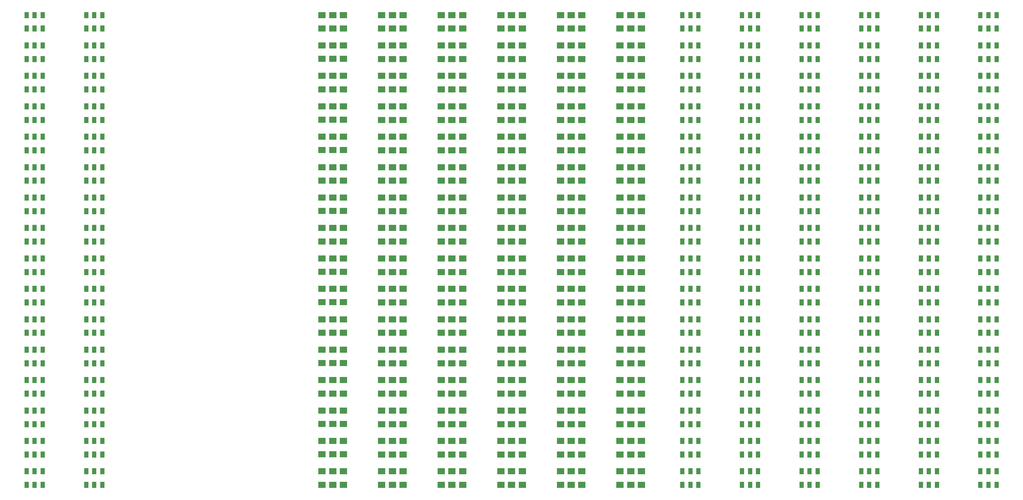
<source format=gbr>
G04 #@! TF.GenerationSoftware,KiCad,Pcbnew,(5.1.0-0)*
G04 #@! TF.CreationDate,2019-05-15T00:47:19-07:00*
G04 #@! TF.ProjectId,EOutside,454f7574-7369-4646-952e-6b696361645f,rev?*
G04 #@! TF.SameCoordinates,Original*
G04 #@! TF.FileFunction,Paste,Bot*
G04 #@! TF.FilePolarity,Positive*
%FSLAX46Y46*%
G04 Gerber Fmt 4.6, Leading zero omitted, Abs format (unit mm)*
G04 Created by KiCad (PCBNEW (5.1.0-0)) date 2019-05-15 00:47:19*
%MOMM*%
%LPD*%
G04 APERTURE LIST*
%ADD10R,1.250000X1.750000*%
%ADD11R,2.000000X1.750000*%
G04 APERTURE END LIST*
D10*
X350315393Y-215950228D03*
X345815393Y-215950228D03*
X348065393Y-215950228D03*
X100316427Y-207450228D03*
X95816427Y-207450228D03*
X98066427Y-207450228D03*
D11*
X201066383Y-232950228D03*
X195066383Y-232950228D03*
X198066383Y-232950228D03*
X214733043Y-228250228D03*
X217733043Y-228250228D03*
X211733043Y-228250228D03*
X261733023Y-219750228D03*
X267733023Y-219750228D03*
X264733023Y-219750228D03*
D10*
X100316427Y-224450228D03*
X95816427Y-224450228D03*
X98066427Y-224450228D03*
X95816427Y-228250228D03*
X100316427Y-228250228D03*
X98066427Y-228250228D03*
D11*
X251066363Y-224450228D03*
X245066363Y-224450228D03*
X248066363Y-224450228D03*
X267733023Y-224450228D03*
X261733023Y-224450228D03*
X264733023Y-224450228D03*
X261733023Y-228250228D03*
X267733023Y-228250228D03*
X264733023Y-228250228D03*
D10*
X283649775Y-224450228D03*
X279149775Y-224450228D03*
X281399775Y-224450228D03*
X333649779Y-224450228D03*
X329149779Y-224450228D03*
X331399779Y-224450228D03*
D11*
X178399723Y-228200228D03*
X184399723Y-228200228D03*
X181399723Y-228200228D03*
X217733043Y-224450228D03*
X211733043Y-224450228D03*
X214733043Y-224450228D03*
X211733043Y-228250228D03*
X217733043Y-228250228D03*
X214733043Y-228250228D03*
X228399703Y-228250228D03*
X234399703Y-228250228D03*
X231399703Y-228250228D03*
X234399703Y-224450228D03*
X228399703Y-224450228D03*
X231399703Y-224450228D03*
X245066363Y-228250228D03*
X251066363Y-228250228D03*
X248066363Y-228250228D03*
D10*
X312483111Y-219750228D03*
X316983111Y-219750228D03*
X314733111Y-219750228D03*
X329149779Y-219750228D03*
X333649779Y-219750228D03*
X331399779Y-219750228D03*
X314733111Y-215950228D03*
X312483111Y-215950228D03*
X316983111Y-215950228D03*
D11*
X248066363Y-207450228D03*
X245066363Y-207450228D03*
X251066363Y-207450228D03*
X264733023Y-207450228D03*
X261733023Y-207450228D03*
X267733023Y-207450228D03*
X264733023Y-211250228D03*
X267733023Y-211250228D03*
X261733023Y-211250228D03*
D10*
X281399775Y-207450228D03*
X279149775Y-207450228D03*
X283649775Y-207450228D03*
D11*
X264733023Y-236750228D03*
X267733023Y-236750228D03*
X261733023Y-236750228D03*
X261733023Y-211250228D03*
X267733023Y-211250228D03*
X264733023Y-211250228D03*
D10*
X300316443Y-207450228D03*
X295816443Y-207450228D03*
X298066443Y-207450228D03*
X314733111Y-207450228D03*
X312483111Y-207450228D03*
X316983111Y-207450228D03*
X364731993Y-211250228D03*
X366981993Y-211250228D03*
X362481993Y-211250228D03*
X295816443Y-236750228D03*
X300316443Y-236750228D03*
X298066443Y-236750228D03*
D11*
X195066383Y-211250228D03*
X201066383Y-211250228D03*
X198066383Y-211250228D03*
X184399723Y-207450228D03*
X178399723Y-207450228D03*
X181399723Y-207450228D03*
X248066363Y-228250228D03*
X251066363Y-228250228D03*
X245066363Y-228250228D03*
D10*
X364731993Y-232950228D03*
X362481993Y-232950228D03*
X366981993Y-232950228D03*
X316983111Y-215950228D03*
X312483111Y-215950228D03*
X314733111Y-215950228D03*
X95816427Y-219750228D03*
X100316427Y-219750228D03*
X98066427Y-219750228D03*
X300316443Y-215950228D03*
X295816443Y-215950228D03*
X298066443Y-215950228D03*
D11*
X184399723Y-215950228D03*
X178399723Y-215950228D03*
X181399723Y-215950228D03*
D10*
X314733111Y-236750228D03*
X316983111Y-236750228D03*
X312483111Y-236750228D03*
D11*
X217733043Y-232950228D03*
X211733043Y-232950228D03*
X214733043Y-232950228D03*
D10*
X279149775Y-228250228D03*
X283649775Y-228250228D03*
X281399775Y-228250228D03*
X281399775Y-232950228D03*
X279149775Y-232950228D03*
X283649775Y-232950228D03*
X316983111Y-207450228D03*
X312483111Y-207450228D03*
X314733111Y-207450228D03*
X362481993Y-211250228D03*
X366981993Y-211250228D03*
X364731993Y-211250228D03*
X95816427Y-236750228D03*
X100316427Y-236750228D03*
X98066427Y-236750228D03*
X100316427Y-232950228D03*
X95816427Y-232950228D03*
X98066427Y-232950228D03*
X112483072Y-236750228D03*
X116983072Y-236750228D03*
X114733072Y-236750228D03*
D11*
X195066383Y-236750228D03*
X201066383Y-236750228D03*
X198066383Y-236750228D03*
D10*
X333649779Y-232950228D03*
X329149779Y-232950228D03*
X331399779Y-232950228D03*
X114733072Y-236750228D03*
X116983072Y-236750228D03*
X112483072Y-236750228D03*
X366981993Y-232950228D03*
X362481993Y-232950228D03*
X364731993Y-232950228D03*
X350315393Y-224450228D03*
X345815393Y-224450228D03*
X348065393Y-224450228D03*
X98066427Y-207450228D03*
X95816427Y-207450228D03*
X100316427Y-207450228D03*
D11*
X245066363Y-219750228D03*
X251066363Y-219750228D03*
X248066363Y-219750228D03*
D10*
X95816427Y-211250228D03*
X100316427Y-211250228D03*
X98066427Y-211250228D03*
X331399779Y-236750228D03*
X333649779Y-236750228D03*
X329149779Y-236750228D03*
D11*
X201066383Y-224450228D03*
X195066383Y-224450228D03*
X198066383Y-224450228D03*
D10*
X364731993Y-219750228D03*
X366981993Y-219750228D03*
X362481993Y-219750228D03*
X348065393Y-219750228D03*
X350315393Y-219750228D03*
X345815393Y-219750228D03*
X331399779Y-219750228D03*
X333649779Y-219750228D03*
X329149779Y-219750228D03*
D11*
X264733023Y-219750228D03*
X267733023Y-219750228D03*
X261733023Y-219750228D03*
X231399703Y-224450228D03*
X228399703Y-224450228D03*
X234399703Y-224450228D03*
D10*
X100316427Y-232950228D03*
X95816427Y-232950228D03*
X98066427Y-232950228D03*
D11*
X214733043Y-232950228D03*
X211733043Y-232950228D03*
X217733043Y-232950228D03*
D10*
X95816427Y-211250228D03*
X100316427Y-211250228D03*
X98066427Y-211250228D03*
X100316427Y-207450228D03*
X95816427Y-207450228D03*
X98066427Y-207450228D03*
X283649775Y-207450228D03*
X279149775Y-207450228D03*
X281399775Y-207450228D03*
X345815393Y-228250228D03*
X350315393Y-228250228D03*
X348065393Y-228250228D03*
D11*
X251066363Y-207450228D03*
X245066363Y-207450228D03*
X248066363Y-207450228D03*
D10*
X298066443Y-219750228D03*
X300316443Y-219750228D03*
X295816443Y-219750228D03*
X364731993Y-215950228D03*
X362481993Y-215950228D03*
X366981993Y-215950228D03*
D11*
X181399723Y-224450228D03*
X178399723Y-224450228D03*
X184399723Y-224450228D03*
D10*
X331399779Y-224450228D03*
X329149779Y-224450228D03*
X333649779Y-224450228D03*
X295816443Y-211250228D03*
X300316443Y-211250228D03*
X298066443Y-211250228D03*
X279149775Y-211250228D03*
X283649775Y-211250228D03*
X281399775Y-211250228D03*
X283649775Y-215950228D03*
X279149775Y-215950228D03*
X281399775Y-215950228D03*
D11*
X198066383Y-224450228D03*
X195066383Y-224450228D03*
X201066383Y-224450228D03*
X198066383Y-228250228D03*
X201066383Y-228250228D03*
X195066383Y-228250228D03*
X181399723Y-211200228D03*
X184399723Y-211200228D03*
X178399723Y-211200228D03*
X214733043Y-207450228D03*
X211733043Y-207450228D03*
X217733043Y-207450228D03*
X214733043Y-211250228D03*
X217733043Y-211250228D03*
X211733043Y-211250228D03*
X231399703Y-211250228D03*
X234399703Y-211250228D03*
X228399703Y-211250228D03*
X231399703Y-207450228D03*
X228399703Y-207450228D03*
X234399703Y-207450228D03*
X248066363Y-211250228D03*
X251066363Y-211250228D03*
X245066363Y-211250228D03*
D10*
X348065393Y-211250228D03*
X350315393Y-211250228D03*
X345815393Y-211250228D03*
X116983072Y-215950228D03*
X112483072Y-215950228D03*
X114733072Y-215950228D03*
D11*
X181399723Y-215950228D03*
X178399723Y-215950228D03*
X184399723Y-215950228D03*
D10*
X98066427Y-219750228D03*
X100316427Y-219750228D03*
X95816427Y-219750228D03*
X345815393Y-236750228D03*
X350315393Y-236750228D03*
X348065393Y-236750228D03*
D11*
X231399703Y-215950228D03*
X228399703Y-215950228D03*
X234399703Y-215950228D03*
D10*
X314733111Y-219750228D03*
X316983111Y-219750228D03*
X312483111Y-219750228D03*
D11*
X261733023Y-236750228D03*
X267733023Y-236750228D03*
X264733023Y-236750228D03*
D10*
X314733111Y-224450228D03*
X312483111Y-224450228D03*
X316983111Y-224450228D03*
X364731993Y-228250228D03*
X366981993Y-228250228D03*
X362481993Y-228250228D03*
X98066427Y-236750228D03*
X100316427Y-236750228D03*
X95816427Y-236750228D03*
D11*
X267733023Y-232950228D03*
X261733023Y-232950228D03*
X264733023Y-232950228D03*
D10*
X98066427Y-232950228D03*
X95816427Y-232950228D03*
X100316427Y-232950228D03*
X98066427Y-232950228D03*
X95816427Y-232950228D03*
X100316427Y-232950228D03*
X98066427Y-215950228D03*
X95816427Y-215950228D03*
X100316427Y-215950228D03*
X114733072Y-219750228D03*
X116983072Y-219750228D03*
X112483072Y-219750228D03*
X114733072Y-215950228D03*
X112483072Y-215950228D03*
X116983072Y-215950228D03*
D11*
X198066383Y-215950228D03*
X195066383Y-215950228D03*
X201066383Y-215950228D03*
X198066383Y-219750228D03*
X201066383Y-219750228D03*
X195066383Y-219750228D03*
X248066363Y-215950228D03*
X245066363Y-215950228D03*
X251066363Y-215950228D03*
X264733023Y-215950228D03*
X261733023Y-215950228D03*
X267733023Y-215950228D03*
X181399723Y-219700228D03*
X184399723Y-219700228D03*
X178399723Y-219700228D03*
X214733043Y-215950228D03*
X211733043Y-215950228D03*
X217733043Y-215950228D03*
X214733043Y-219750228D03*
X217733043Y-219750228D03*
X211733043Y-219750228D03*
X231399703Y-219750228D03*
X234399703Y-219750228D03*
X228399703Y-219750228D03*
X178399723Y-236700228D03*
X184399723Y-236700228D03*
X181399723Y-236700228D03*
X214733043Y-224450228D03*
X211733043Y-224450228D03*
X217733043Y-224450228D03*
D10*
X348065393Y-228250228D03*
X350315393Y-228250228D03*
X345815393Y-228250228D03*
D11*
X181399723Y-228200228D03*
X184399723Y-228200228D03*
X178399723Y-228200228D03*
X201066383Y-207450228D03*
X195066383Y-207450228D03*
X198066383Y-207450228D03*
D10*
X345815393Y-219750228D03*
X350315393Y-219750228D03*
X348065393Y-219750228D03*
X329149779Y-236750228D03*
X333649779Y-236750228D03*
X331399779Y-236750228D03*
X98066427Y-228250228D03*
X100316427Y-228250228D03*
X95816427Y-228250228D03*
X316983111Y-232950228D03*
X312483111Y-232950228D03*
X314733111Y-232950228D03*
X348065393Y-215950228D03*
X345815393Y-215950228D03*
X350315393Y-215950228D03*
X114733072Y-207450228D03*
X112483072Y-207450228D03*
X116983072Y-207450228D03*
X348065393Y-207450228D03*
X345815393Y-207450228D03*
X350315393Y-207450228D03*
X298066443Y-236750228D03*
X300316443Y-236750228D03*
X295816443Y-236750228D03*
X98066427Y-211250228D03*
X100316427Y-211250228D03*
X95816427Y-211250228D03*
X98066427Y-207450228D03*
X95816427Y-207450228D03*
X100316427Y-207450228D03*
X114733072Y-211250228D03*
X116983072Y-211250228D03*
X112483072Y-211250228D03*
X316983111Y-224450228D03*
X312483111Y-224450228D03*
X314733111Y-224450228D03*
X362481993Y-228250228D03*
X366981993Y-228250228D03*
X364731993Y-228250228D03*
D11*
X198066383Y-232950228D03*
X195066383Y-232950228D03*
X201066383Y-232950228D03*
X198066383Y-236750228D03*
X201066383Y-236750228D03*
X195066383Y-236750228D03*
D10*
X333649779Y-207450228D03*
X329149779Y-207450228D03*
X331399779Y-207450228D03*
D11*
X178399723Y-211200228D03*
X184399723Y-211200228D03*
X181399723Y-211200228D03*
X217733043Y-207450228D03*
X211733043Y-207450228D03*
X214733043Y-207450228D03*
X211733043Y-211250228D03*
X217733043Y-211250228D03*
X214733043Y-211250228D03*
X228399703Y-211250228D03*
X234399703Y-211250228D03*
X231399703Y-211250228D03*
X234399703Y-207450228D03*
X228399703Y-207450228D03*
X231399703Y-207450228D03*
X245066363Y-211250228D03*
X251066363Y-211250228D03*
X248066363Y-211250228D03*
D10*
X350315393Y-207450228D03*
X345815393Y-207450228D03*
X348065393Y-207450228D03*
X116983072Y-232950228D03*
X112483072Y-232950228D03*
X114733072Y-232950228D03*
X345815393Y-211250228D03*
X350315393Y-211250228D03*
X348065393Y-211250228D03*
D11*
X184399723Y-232950228D03*
X178399723Y-232950228D03*
X181399723Y-232950228D03*
D10*
X298066443Y-224450228D03*
X295816443Y-224450228D03*
X300316443Y-224450228D03*
X362481993Y-236750228D03*
X366981993Y-236750228D03*
X364731993Y-236750228D03*
D11*
X267733023Y-207450228D03*
X261733023Y-207450228D03*
X264733023Y-207450228D03*
D10*
X98066427Y-211250228D03*
X100316427Y-211250228D03*
X95816427Y-211250228D03*
X298066443Y-207450228D03*
X295816443Y-207450228D03*
X300316443Y-207450228D03*
X362481993Y-219750228D03*
X366981993Y-219750228D03*
X364731993Y-219750228D03*
D11*
X178399723Y-219700228D03*
X184399723Y-219700228D03*
X181399723Y-219700228D03*
X251066363Y-232950228D03*
X245066363Y-232950228D03*
X248066363Y-232950228D03*
D10*
X283649775Y-232950228D03*
X279149775Y-232950228D03*
X281399775Y-232950228D03*
D11*
X231399703Y-228250228D03*
X234399703Y-228250228D03*
X228399703Y-228250228D03*
D10*
X279149775Y-236750228D03*
X283649775Y-236750228D03*
X281399775Y-236750228D03*
X100316427Y-224450228D03*
X95816427Y-224450228D03*
X98066427Y-224450228D03*
D11*
X248066363Y-224450228D03*
X245066363Y-224450228D03*
X251066363Y-224450228D03*
X264733023Y-224450228D03*
X261733023Y-224450228D03*
X267733023Y-224450228D03*
X264733023Y-228250228D03*
X267733023Y-228250228D03*
X261733023Y-228250228D03*
D10*
X281399775Y-224450228D03*
X279149775Y-224450228D03*
X283649775Y-224450228D03*
X112483072Y-211250228D03*
X116983072Y-211250228D03*
X114733072Y-211250228D03*
X116983072Y-207450228D03*
X112483072Y-207450228D03*
X114733072Y-207450228D03*
X295816443Y-219750228D03*
X300316443Y-219750228D03*
X298066443Y-219750228D03*
X366981993Y-215950228D03*
X362481993Y-215950228D03*
X364731993Y-215950228D03*
X100316427Y-215950228D03*
X95816427Y-215950228D03*
X98066427Y-215950228D03*
D11*
X234399703Y-215950228D03*
X228399703Y-215950228D03*
X231399703Y-215950228D03*
D10*
X116983072Y-224450228D03*
X112483072Y-224450228D03*
X114733072Y-224450228D03*
X331399779Y-207450228D03*
X329149779Y-207450228D03*
X333649779Y-207450228D03*
X281399775Y-215950228D03*
X279149775Y-215950228D03*
X283649775Y-215950228D03*
X331399779Y-215950228D03*
X329149779Y-215950228D03*
X333649779Y-215950228D03*
X281399775Y-219750228D03*
X283649775Y-219750228D03*
X279149775Y-219750228D03*
X95816427Y-228250228D03*
X100316427Y-228250228D03*
X98066427Y-228250228D03*
X300316443Y-224450228D03*
X295816443Y-224450228D03*
X298066443Y-224450228D03*
X364731993Y-236750228D03*
X366981993Y-236750228D03*
X362481993Y-236750228D03*
X314733111Y-232950228D03*
X312483111Y-232950228D03*
X316983111Y-232950228D03*
D11*
X184399723Y-224450228D03*
X178399723Y-224450228D03*
X181399723Y-224450228D03*
X198066383Y-207450228D03*
X195066383Y-207450228D03*
X201066383Y-207450228D03*
X198066383Y-211250228D03*
X201066383Y-211250228D03*
X195066383Y-211250228D03*
X181399723Y-207450228D03*
X178399723Y-207450228D03*
X184399723Y-207450228D03*
D10*
X364731993Y-207450228D03*
X362481993Y-207450228D03*
X366981993Y-207450228D03*
X314733111Y-211250228D03*
X316983111Y-211250228D03*
X312483111Y-211250228D03*
X331399779Y-211250228D03*
X333649779Y-211250228D03*
X329149779Y-211250228D03*
X298066443Y-211250228D03*
X300316443Y-211250228D03*
X295816443Y-211250228D03*
X281399775Y-211250228D03*
X283649775Y-211250228D03*
X279149775Y-211250228D03*
D11*
X181399723Y-232950228D03*
X178399723Y-232950228D03*
X184399723Y-232950228D03*
D10*
X114733072Y-232950228D03*
X112483072Y-232950228D03*
X116983072Y-232950228D03*
D11*
X248066363Y-232950228D03*
X245066363Y-232950228D03*
X251066363Y-232950228D03*
X264733023Y-232950228D03*
X261733023Y-232950228D03*
X267733023Y-232950228D03*
D10*
X348065393Y-232950228D03*
X345815393Y-232950228D03*
X350315393Y-232950228D03*
X348065393Y-236750228D03*
X350315393Y-236750228D03*
X345815393Y-236750228D03*
X333649779Y-215950228D03*
X329149779Y-215950228D03*
X331399779Y-215950228D03*
D11*
X251066363Y-215950228D03*
X245066363Y-215950228D03*
X248066363Y-215950228D03*
X267733023Y-215950228D03*
X261733023Y-215950228D03*
X264733023Y-215950228D03*
D10*
X95816427Y-219750228D03*
X100316427Y-219750228D03*
X98066427Y-219750228D03*
X100316427Y-215950228D03*
X95816427Y-215950228D03*
X98066427Y-215950228D03*
X112483072Y-219750228D03*
X116983072Y-219750228D03*
X114733072Y-219750228D03*
D11*
X201066383Y-215950228D03*
X195066383Y-215950228D03*
X198066383Y-215950228D03*
X195066383Y-219750228D03*
X201066383Y-219750228D03*
X198066383Y-219750228D03*
X217733043Y-215950228D03*
X211733043Y-215950228D03*
X214733043Y-215950228D03*
X211733043Y-219750228D03*
X217733043Y-219750228D03*
X214733043Y-219750228D03*
X228399703Y-219750228D03*
X234399703Y-219750228D03*
X231399703Y-219750228D03*
D10*
X331399779Y-232950228D03*
X329149779Y-232950228D03*
X333649779Y-232950228D03*
X366981993Y-224450228D03*
X362481993Y-224450228D03*
X364731993Y-224450228D03*
X312483111Y-228250228D03*
X316983111Y-228250228D03*
X314733111Y-228250228D03*
X112483072Y-228250228D03*
X116983072Y-228250228D03*
X114733072Y-228250228D03*
X295816443Y-228250228D03*
X300316443Y-228250228D03*
X298066443Y-228250228D03*
D11*
X181399723Y-236700228D03*
X184399723Y-236700228D03*
X178399723Y-236700228D03*
D10*
X95816427Y-236750228D03*
X100316427Y-236750228D03*
X98066427Y-236750228D03*
X300316443Y-232950228D03*
X295816443Y-232950228D03*
X298066443Y-232950228D03*
D11*
X211733043Y-236750228D03*
X217733043Y-236750228D03*
X214733043Y-236750228D03*
X228399703Y-236750228D03*
X234399703Y-236750228D03*
X231399703Y-236750228D03*
X234399703Y-232950228D03*
X228399703Y-232950228D03*
X231399703Y-232950228D03*
X245066363Y-236750228D03*
X251066363Y-236750228D03*
X248066363Y-236750228D03*
D10*
X114733072Y-228250228D03*
X116983072Y-228250228D03*
X112483072Y-228250228D03*
X98066427Y-228250228D03*
X100316427Y-228250228D03*
X95816427Y-228250228D03*
X98066427Y-224450228D03*
X95816427Y-224450228D03*
X100316427Y-224450228D03*
X350315393Y-232950228D03*
X345815393Y-232950228D03*
X348065393Y-232950228D03*
X281399775Y-228250228D03*
X283649775Y-228250228D03*
X279149775Y-228250228D03*
X98066427Y-224450228D03*
X95816427Y-224450228D03*
X100316427Y-224450228D03*
X364731993Y-224450228D03*
X362481993Y-224450228D03*
X366981993Y-224450228D03*
X314733111Y-228250228D03*
X316983111Y-228250228D03*
X312483111Y-228250228D03*
X331399779Y-228250228D03*
X333649779Y-228250228D03*
X329149779Y-228250228D03*
X298066443Y-228250228D03*
X300316443Y-228250228D03*
X295816443Y-228250228D03*
X114733072Y-224450228D03*
X112483072Y-224450228D03*
X116983072Y-224450228D03*
D11*
X248066363Y-219750228D03*
X251066363Y-219750228D03*
X245066363Y-219750228D03*
D10*
X98066427Y-215950228D03*
X95816427Y-215950228D03*
X100316427Y-215950228D03*
D11*
X195066383Y-228250228D03*
X201066383Y-228250228D03*
X198066383Y-228250228D03*
D10*
X329149779Y-228250228D03*
X333649779Y-228250228D03*
X331399779Y-228250228D03*
X281399775Y-236750228D03*
X283649775Y-236750228D03*
X279149775Y-236750228D03*
X98066427Y-236750228D03*
X100316427Y-236750228D03*
X95816427Y-236750228D03*
X298066443Y-232950228D03*
X295816443Y-232950228D03*
X300316443Y-232950228D03*
D11*
X214733043Y-236750228D03*
X217733043Y-236750228D03*
X211733043Y-236750228D03*
X231399703Y-236750228D03*
X234399703Y-236750228D03*
X228399703Y-236750228D03*
X231399703Y-232950228D03*
X228399703Y-232950228D03*
X234399703Y-232950228D03*
X248066363Y-236750228D03*
X251066363Y-236750228D03*
X245066363Y-236750228D03*
D10*
X98066427Y-219750228D03*
X100316427Y-219750228D03*
X95816427Y-219750228D03*
X298066443Y-215950228D03*
X295816443Y-215950228D03*
X300316443Y-215950228D03*
X366981993Y-207450228D03*
X362481993Y-207450228D03*
X364731993Y-207450228D03*
X312483111Y-211250228D03*
X316983111Y-211250228D03*
X314733111Y-211250228D03*
X329149779Y-211250228D03*
X333649779Y-211250228D03*
X331399779Y-211250228D03*
X348065393Y-224450228D03*
X345815393Y-224450228D03*
X350315393Y-224450228D03*
X312483111Y-236750228D03*
X316983111Y-236750228D03*
X314733111Y-236750228D03*
X279149775Y-219750228D03*
X283649775Y-219750228D03*
X281399775Y-219750228D03*
X350315393Y-181950228D03*
X345815393Y-181950228D03*
X348065393Y-181950228D03*
X116983072Y-173450228D03*
X112483072Y-173450228D03*
X114733072Y-173450228D03*
X350315393Y-173450228D03*
X345815393Y-173450228D03*
X348065393Y-173450228D03*
X295816443Y-202750228D03*
X300316443Y-202750228D03*
X298066443Y-202750228D03*
X95816427Y-177250228D03*
X100316427Y-177250228D03*
X98066427Y-177250228D03*
X100316427Y-173450228D03*
X95816427Y-173450228D03*
X98066427Y-173450228D03*
X112483072Y-177250228D03*
X116983072Y-177250228D03*
X114733072Y-177250228D03*
X314733111Y-190450228D03*
X312483111Y-190450228D03*
X316983111Y-190450228D03*
X364731993Y-194250228D03*
X366981993Y-194250228D03*
X362481993Y-194250228D03*
D11*
X201066383Y-198950228D03*
X195066383Y-198950228D03*
X198066383Y-198950228D03*
X195066383Y-202750228D03*
X201066383Y-202750228D03*
X198066383Y-202750228D03*
D10*
X331399779Y-173450228D03*
X329149779Y-173450228D03*
X333649779Y-173450228D03*
D11*
X181399723Y-177200228D03*
X184399723Y-177200228D03*
X178399723Y-177200228D03*
X214733043Y-173450228D03*
X211733043Y-173450228D03*
X217733043Y-173450228D03*
X214733043Y-177250228D03*
X217733043Y-177250228D03*
X211733043Y-177250228D03*
X231399703Y-177250228D03*
X234399703Y-177250228D03*
X228399703Y-177250228D03*
X231399703Y-173450228D03*
X228399703Y-173450228D03*
X234399703Y-173450228D03*
X248066363Y-177250228D03*
X251066363Y-177250228D03*
X245066363Y-177250228D03*
D10*
X348065393Y-173450228D03*
X345815393Y-173450228D03*
X350315393Y-173450228D03*
X114733072Y-198950228D03*
X112483072Y-198950228D03*
X116983072Y-198950228D03*
X348065393Y-177250228D03*
X350315393Y-177250228D03*
X345815393Y-177250228D03*
D11*
X181399723Y-198950228D03*
X178399723Y-198950228D03*
X184399723Y-198950228D03*
D10*
X300316443Y-190450228D03*
X295816443Y-190450228D03*
X298066443Y-190450228D03*
X364731993Y-202750228D03*
X366981993Y-202750228D03*
X362481993Y-202750228D03*
D11*
X245066363Y-194250228D03*
X251066363Y-194250228D03*
X248066363Y-194250228D03*
D10*
X366981993Y-198950228D03*
X362481993Y-198950228D03*
X364731993Y-198950228D03*
D11*
X181399723Y-181950228D03*
X178399723Y-181950228D03*
X184399723Y-181950228D03*
D10*
X312483111Y-202750228D03*
X316983111Y-202750228D03*
X314733111Y-202750228D03*
D11*
X214733043Y-198950228D03*
X211733043Y-198950228D03*
X217733043Y-198950228D03*
D10*
X281399775Y-194250228D03*
X283649775Y-194250228D03*
X279149775Y-194250228D03*
X283649775Y-198950228D03*
X279149775Y-198950228D03*
X281399775Y-198950228D03*
X314733111Y-173450228D03*
X312483111Y-173450228D03*
X316983111Y-173450228D03*
X364731993Y-177250228D03*
X366981993Y-177250228D03*
X362481993Y-177250228D03*
X98066427Y-202750228D03*
X100316427Y-202750228D03*
X95816427Y-202750228D03*
X98066427Y-198950228D03*
X95816427Y-198950228D03*
X100316427Y-198950228D03*
X114733072Y-202750228D03*
X116983072Y-202750228D03*
X112483072Y-202750228D03*
D11*
X198066383Y-202750228D03*
X201066383Y-202750228D03*
X195066383Y-202750228D03*
D10*
X331399779Y-198950228D03*
X329149779Y-198950228D03*
X333649779Y-198950228D03*
X112483072Y-202750228D03*
X116983072Y-202750228D03*
X114733072Y-202750228D03*
X364731993Y-198950228D03*
X362481993Y-198950228D03*
X366981993Y-198950228D03*
X98066427Y-198950228D03*
X95816427Y-198950228D03*
X100316427Y-198950228D03*
D11*
X198066383Y-194250228D03*
X201066383Y-194250228D03*
X195066383Y-194250228D03*
D10*
X331399779Y-194250228D03*
X333649779Y-194250228D03*
X329149779Y-194250228D03*
X279149775Y-202750228D03*
X283649775Y-202750228D03*
X281399775Y-202750228D03*
X95816427Y-202750228D03*
X100316427Y-202750228D03*
X98066427Y-202750228D03*
X300316443Y-198950228D03*
X295816443Y-198950228D03*
X298066443Y-198950228D03*
D11*
X211733043Y-202750228D03*
X217733043Y-202750228D03*
X214733043Y-202750228D03*
X228399703Y-202750228D03*
X234399703Y-202750228D03*
X231399703Y-202750228D03*
X234399703Y-198950228D03*
X228399703Y-198950228D03*
X231399703Y-198950228D03*
X245066363Y-202750228D03*
X251066363Y-202750228D03*
X248066363Y-202750228D03*
D10*
X95816427Y-185750228D03*
X100316427Y-185750228D03*
X98066427Y-185750228D03*
X300316443Y-181950228D03*
X295816443Y-181950228D03*
X298066443Y-181950228D03*
X364731993Y-173450228D03*
X362481993Y-173450228D03*
X366981993Y-173450228D03*
X314733111Y-177250228D03*
X316983111Y-177250228D03*
X312483111Y-177250228D03*
X331399779Y-177250228D03*
X333649779Y-177250228D03*
X329149779Y-177250228D03*
X314733111Y-185750228D03*
X316983111Y-185750228D03*
X312483111Y-185750228D03*
X331399779Y-185750228D03*
X333649779Y-185750228D03*
X329149779Y-185750228D03*
D11*
X251066363Y-173450228D03*
X245066363Y-173450228D03*
X248066363Y-173450228D03*
X267733023Y-173450228D03*
X261733023Y-173450228D03*
X264733023Y-173450228D03*
X261733023Y-177250228D03*
X267733023Y-177250228D03*
X264733023Y-177250228D03*
D10*
X283649775Y-173450228D03*
X279149775Y-173450228D03*
X281399775Y-173450228D03*
X348065393Y-181950228D03*
X345815393Y-181950228D03*
X350315393Y-181950228D03*
X98066427Y-194250228D03*
X100316427Y-194250228D03*
X95816427Y-194250228D03*
D11*
X248066363Y-190450228D03*
X245066363Y-190450228D03*
X251066363Y-190450228D03*
X264733023Y-190450228D03*
X261733023Y-190450228D03*
X267733023Y-190450228D03*
X264733023Y-194250228D03*
X267733023Y-194250228D03*
X261733023Y-194250228D03*
D10*
X281399775Y-190450228D03*
X279149775Y-190450228D03*
X283649775Y-190450228D03*
X331399779Y-190450228D03*
X329149779Y-190450228D03*
X333649779Y-190450228D03*
D11*
X181399723Y-194200228D03*
X184399723Y-194200228D03*
X178399723Y-194200228D03*
X214733043Y-190450228D03*
X211733043Y-190450228D03*
X217733043Y-190450228D03*
X214733043Y-194250228D03*
X217733043Y-194250228D03*
X211733043Y-194250228D03*
X231399703Y-194250228D03*
X234399703Y-194250228D03*
X228399703Y-194250228D03*
X231399703Y-190450228D03*
X228399703Y-190450228D03*
X234399703Y-190450228D03*
X248066363Y-194250228D03*
X251066363Y-194250228D03*
X245066363Y-194250228D03*
D10*
X348065393Y-194250228D03*
X350315393Y-194250228D03*
X345815393Y-194250228D03*
D11*
X211733043Y-194250228D03*
X217733043Y-194250228D03*
X214733043Y-194250228D03*
X264733023Y-185750228D03*
X267733023Y-185750228D03*
X261733023Y-185750228D03*
X217733043Y-198950228D03*
X211733043Y-198950228D03*
X214733043Y-198950228D03*
D10*
X98066427Y-177250228D03*
X100316427Y-177250228D03*
X95816427Y-177250228D03*
X98066427Y-173450228D03*
X95816427Y-173450228D03*
X100316427Y-173450228D03*
X281399775Y-173450228D03*
X279149775Y-173450228D03*
X283649775Y-173450228D03*
D11*
X198066383Y-177250228D03*
X201066383Y-177250228D03*
X195066383Y-177250228D03*
X181399723Y-173450228D03*
X178399723Y-173450228D03*
X184399723Y-173450228D03*
D10*
X348065393Y-190450228D03*
X345815393Y-190450228D03*
X350315393Y-190450228D03*
X100316427Y-173450228D03*
X95816427Y-173450228D03*
X98066427Y-173450228D03*
D11*
X248066363Y-185750228D03*
X251066363Y-185750228D03*
X245066363Y-185750228D03*
D10*
X98066427Y-177250228D03*
X100316427Y-177250228D03*
X95816427Y-177250228D03*
X329149779Y-202750228D03*
X333649779Y-202750228D03*
X331399779Y-202750228D03*
D11*
X198066383Y-190450228D03*
X195066383Y-190450228D03*
X201066383Y-190450228D03*
D10*
X98066427Y-190450228D03*
X95816427Y-190450228D03*
X100316427Y-190450228D03*
X316983111Y-181950228D03*
X312483111Y-181950228D03*
X314733111Y-181950228D03*
D11*
X261733023Y-202750228D03*
X267733023Y-202750228D03*
X264733023Y-202750228D03*
X264733023Y-177250228D03*
X267733023Y-177250228D03*
X261733023Y-177250228D03*
D10*
X298066443Y-173450228D03*
X295816443Y-173450228D03*
X300316443Y-173450228D03*
X316983111Y-173450228D03*
X312483111Y-173450228D03*
X314733111Y-173450228D03*
X362481993Y-177250228D03*
X366981993Y-177250228D03*
X364731993Y-177250228D03*
X298066443Y-202750228D03*
X300316443Y-202750228D03*
X295816443Y-202750228D03*
X314733111Y-181950228D03*
X312483111Y-181950228D03*
X316983111Y-181950228D03*
X98066427Y-185750228D03*
X100316427Y-185750228D03*
X95816427Y-185750228D03*
X298066443Y-181950228D03*
X295816443Y-181950228D03*
X300316443Y-181950228D03*
X362481993Y-185750228D03*
X366981993Y-185750228D03*
X364731993Y-185750228D03*
D11*
X198066383Y-198950228D03*
X195066383Y-198950228D03*
X201066383Y-198950228D03*
D10*
X98066427Y-173450228D03*
X95816427Y-173450228D03*
X100316427Y-173450228D03*
D11*
X248066363Y-173450228D03*
X245066363Y-173450228D03*
X251066363Y-173450228D03*
X264733023Y-173450228D03*
X261733023Y-173450228D03*
X267733023Y-173450228D03*
D10*
X95816427Y-177250228D03*
X100316427Y-177250228D03*
X98066427Y-177250228D03*
X300316443Y-173450228D03*
X295816443Y-173450228D03*
X298066443Y-173450228D03*
X364731993Y-185750228D03*
X366981993Y-185750228D03*
X362481993Y-185750228D03*
D11*
X181399723Y-185700228D03*
X184399723Y-185700228D03*
X178399723Y-185700228D03*
X248066363Y-198950228D03*
X245066363Y-198950228D03*
X251066363Y-198950228D03*
D10*
X281399775Y-198950228D03*
X279149775Y-198950228D03*
X283649775Y-198950228D03*
D11*
X228399703Y-194250228D03*
X234399703Y-194250228D03*
X231399703Y-194250228D03*
D10*
X281399775Y-202750228D03*
X283649775Y-202750228D03*
X279149775Y-202750228D03*
X98066427Y-190450228D03*
X95816427Y-190450228D03*
X100316427Y-190450228D03*
D11*
X251066363Y-190450228D03*
X245066363Y-190450228D03*
X248066363Y-190450228D03*
X267733023Y-190450228D03*
X261733023Y-190450228D03*
X264733023Y-190450228D03*
X261733023Y-194250228D03*
X267733023Y-194250228D03*
X264733023Y-194250228D03*
D10*
X283649775Y-190450228D03*
X279149775Y-190450228D03*
X281399775Y-190450228D03*
X114733072Y-177250228D03*
X116983072Y-177250228D03*
X112483072Y-177250228D03*
X114733072Y-173450228D03*
X112483072Y-173450228D03*
X116983072Y-173450228D03*
X298066443Y-185750228D03*
X300316443Y-185750228D03*
X295816443Y-185750228D03*
X364731993Y-181950228D03*
X362481993Y-181950228D03*
X366981993Y-181950228D03*
X98066427Y-181950228D03*
X95816427Y-181950228D03*
X100316427Y-181950228D03*
D11*
X231399703Y-181950228D03*
X228399703Y-181950228D03*
X234399703Y-181950228D03*
D10*
X114733072Y-190450228D03*
X112483072Y-190450228D03*
X116983072Y-190450228D03*
X333649779Y-173450228D03*
X329149779Y-173450228D03*
X331399779Y-173450228D03*
D11*
X178399723Y-177200228D03*
X184399723Y-177200228D03*
X181399723Y-177200228D03*
X217733043Y-173450228D03*
X211733043Y-173450228D03*
X214733043Y-173450228D03*
X211733043Y-177250228D03*
X217733043Y-177250228D03*
X214733043Y-177250228D03*
X228399703Y-177250228D03*
X234399703Y-177250228D03*
X231399703Y-177250228D03*
X234399703Y-173450228D03*
X228399703Y-173450228D03*
X231399703Y-173450228D03*
X245066363Y-177250228D03*
X251066363Y-177250228D03*
X248066363Y-177250228D03*
D10*
X345815393Y-177250228D03*
X350315393Y-177250228D03*
X348065393Y-177250228D03*
X114733072Y-181950228D03*
X112483072Y-181950228D03*
X116983072Y-181950228D03*
D11*
X248066363Y-181950228D03*
X245066363Y-181950228D03*
X251066363Y-181950228D03*
X264733023Y-181950228D03*
X261733023Y-181950228D03*
X267733023Y-181950228D03*
D10*
X98066427Y-185750228D03*
X100316427Y-185750228D03*
X95816427Y-185750228D03*
X98066427Y-181950228D03*
X95816427Y-181950228D03*
X100316427Y-181950228D03*
X114733072Y-185750228D03*
X116983072Y-185750228D03*
X112483072Y-185750228D03*
D11*
X198066383Y-181950228D03*
X195066383Y-181950228D03*
X201066383Y-181950228D03*
X198066383Y-185750228D03*
X201066383Y-185750228D03*
X195066383Y-185750228D03*
X214733043Y-181950228D03*
X211733043Y-181950228D03*
X217733043Y-181950228D03*
X214733043Y-185750228D03*
X217733043Y-185750228D03*
X211733043Y-185750228D03*
X231399703Y-185750228D03*
X234399703Y-185750228D03*
X228399703Y-185750228D03*
D10*
X333649779Y-198950228D03*
X329149779Y-198950228D03*
X331399779Y-198950228D03*
X364731993Y-190450228D03*
X362481993Y-190450228D03*
X366981993Y-190450228D03*
X314733111Y-194250228D03*
X316983111Y-194250228D03*
X312483111Y-194250228D03*
X114733072Y-194250228D03*
X116983072Y-194250228D03*
X112483072Y-194250228D03*
X298066443Y-194250228D03*
X300316443Y-194250228D03*
X295816443Y-194250228D03*
D11*
X178399723Y-202700228D03*
X184399723Y-202700228D03*
X181399723Y-202700228D03*
D10*
X98066427Y-202750228D03*
X100316427Y-202750228D03*
X95816427Y-202750228D03*
X298066443Y-198950228D03*
X295816443Y-198950228D03*
X300316443Y-198950228D03*
D11*
X214733043Y-202750228D03*
X217733043Y-202750228D03*
X211733043Y-202750228D03*
X231399703Y-202750228D03*
X234399703Y-202750228D03*
X228399703Y-202750228D03*
X231399703Y-198950228D03*
X228399703Y-198950228D03*
X234399703Y-198950228D03*
X248066363Y-202750228D03*
X251066363Y-202750228D03*
X245066363Y-202750228D03*
D10*
X112483072Y-194250228D03*
X116983072Y-194250228D03*
X114733072Y-194250228D03*
X95816427Y-194250228D03*
X100316427Y-194250228D03*
X98066427Y-194250228D03*
X100316427Y-190450228D03*
X95816427Y-190450228D03*
X98066427Y-190450228D03*
X348065393Y-198950228D03*
X345815393Y-198950228D03*
X350315393Y-198950228D03*
X279149775Y-194250228D03*
X283649775Y-194250228D03*
X281399775Y-194250228D03*
X100316427Y-190450228D03*
X95816427Y-190450228D03*
X98066427Y-190450228D03*
X366981993Y-190450228D03*
X362481993Y-190450228D03*
X364731993Y-190450228D03*
X312483111Y-194250228D03*
X316983111Y-194250228D03*
X314733111Y-194250228D03*
X329149779Y-194250228D03*
X333649779Y-194250228D03*
X331399779Y-194250228D03*
X295816443Y-194250228D03*
X300316443Y-194250228D03*
X298066443Y-194250228D03*
X116983072Y-190450228D03*
X112483072Y-190450228D03*
X114733072Y-190450228D03*
X350315393Y-190450228D03*
X345815393Y-190450228D03*
X348065393Y-190450228D03*
D11*
X201066383Y-190450228D03*
X195066383Y-190450228D03*
X198066383Y-190450228D03*
X195066383Y-194250228D03*
X201066383Y-194250228D03*
X198066383Y-194250228D03*
X184399723Y-190450228D03*
X178399723Y-190450228D03*
X181399723Y-190450228D03*
D10*
X333649779Y-190450228D03*
X329149779Y-190450228D03*
X331399779Y-190450228D03*
X298066443Y-177250228D03*
X300316443Y-177250228D03*
X295816443Y-177250228D03*
X281399775Y-177250228D03*
X283649775Y-177250228D03*
X279149775Y-177250228D03*
X345815393Y-194250228D03*
X350315393Y-194250228D03*
X348065393Y-194250228D03*
D11*
X217733043Y-190450228D03*
X211733043Y-190450228D03*
X214733043Y-190450228D03*
X178399723Y-194200228D03*
X184399723Y-194200228D03*
X181399723Y-194200228D03*
X198066383Y-173450228D03*
X195066383Y-173450228D03*
X201066383Y-173450228D03*
D10*
X331399779Y-202750228D03*
X333649779Y-202750228D03*
X329149779Y-202750228D03*
X95816427Y-194250228D03*
X100316427Y-194250228D03*
X98066427Y-194250228D03*
X314733111Y-198950228D03*
X312483111Y-198950228D03*
X316983111Y-198950228D03*
X316983111Y-190450228D03*
X312483111Y-190450228D03*
X314733111Y-190450228D03*
X362481993Y-194250228D03*
X366981993Y-194250228D03*
X364731993Y-194250228D03*
X95816427Y-202750228D03*
X100316427Y-202750228D03*
X98066427Y-202750228D03*
D11*
X264733023Y-198950228D03*
X261733023Y-198950228D03*
X267733023Y-198950228D03*
D10*
X100316427Y-198950228D03*
X95816427Y-198950228D03*
X98066427Y-198950228D03*
X100316427Y-198950228D03*
X95816427Y-198950228D03*
X98066427Y-198950228D03*
X100316427Y-181950228D03*
X95816427Y-181950228D03*
X98066427Y-181950228D03*
X112483072Y-185750228D03*
X116983072Y-185750228D03*
X114733072Y-185750228D03*
D11*
X201066383Y-181950228D03*
X195066383Y-181950228D03*
X198066383Y-181950228D03*
X195066383Y-185750228D03*
X201066383Y-185750228D03*
X198066383Y-185750228D03*
X261733023Y-185750228D03*
X267733023Y-185750228D03*
X264733023Y-185750228D03*
D10*
X312483111Y-185750228D03*
X316983111Y-185750228D03*
X314733111Y-185750228D03*
X329149779Y-185750228D03*
X333649779Y-185750228D03*
X331399779Y-185750228D03*
X345815393Y-185750228D03*
X350315393Y-185750228D03*
X348065393Y-185750228D03*
D11*
X184399723Y-181950228D03*
X178399723Y-181950228D03*
X181399723Y-181950228D03*
D10*
X116983072Y-181950228D03*
X112483072Y-181950228D03*
X114733072Y-181950228D03*
D11*
X251066363Y-181950228D03*
X245066363Y-181950228D03*
X248066363Y-181950228D03*
X267733023Y-181950228D03*
X261733023Y-181950228D03*
X264733023Y-181950228D03*
D10*
X283649775Y-181950228D03*
X279149775Y-181950228D03*
X281399775Y-181950228D03*
X333649779Y-181950228D03*
X329149779Y-181950228D03*
X331399779Y-181950228D03*
X279149775Y-185750228D03*
X283649775Y-185750228D03*
X281399775Y-185750228D03*
X98066427Y-194250228D03*
X100316427Y-194250228D03*
X95816427Y-194250228D03*
X298066443Y-190450228D03*
X295816443Y-190450228D03*
X300316443Y-190450228D03*
X362481993Y-202750228D03*
X366981993Y-202750228D03*
X364731993Y-202750228D03*
X316983111Y-198950228D03*
X312483111Y-198950228D03*
X314733111Y-198950228D03*
D11*
X181399723Y-190450228D03*
X178399723Y-190450228D03*
X184399723Y-190450228D03*
X201066383Y-173450228D03*
X195066383Y-173450228D03*
X198066383Y-173450228D03*
X195066383Y-177250228D03*
X201066383Y-177250228D03*
X198066383Y-177250228D03*
X184399723Y-173450228D03*
X178399723Y-173450228D03*
X181399723Y-173450228D03*
D10*
X366981993Y-173450228D03*
X362481993Y-173450228D03*
X364731993Y-173450228D03*
X312483111Y-177250228D03*
X316983111Y-177250228D03*
X314733111Y-177250228D03*
X329149779Y-177250228D03*
X333649779Y-177250228D03*
X331399779Y-177250228D03*
X295816443Y-177250228D03*
X300316443Y-177250228D03*
X298066443Y-177250228D03*
X279149775Y-177250228D03*
X283649775Y-177250228D03*
X281399775Y-177250228D03*
D11*
X184399723Y-198950228D03*
X178399723Y-198950228D03*
X181399723Y-198950228D03*
D10*
X116983072Y-198950228D03*
X112483072Y-198950228D03*
X114733072Y-198950228D03*
D11*
X251066363Y-198950228D03*
X245066363Y-198950228D03*
X248066363Y-198950228D03*
X267733023Y-198950228D03*
X261733023Y-198950228D03*
X264733023Y-198950228D03*
D10*
X350315393Y-198950228D03*
X345815393Y-198950228D03*
X348065393Y-198950228D03*
X345815393Y-202750228D03*
X350315393Y-202750228D03*
X348065393Y-202750228D03*
X331399779Y-181950228D03*
X329149779Y-181950228D03*
X333649779Y-181950228D03*
X281399775Y-185750228D03*
X283649775Y-185750228D03*
X279149775Y-185750228D03*
X281399775Y-181950228D03*
X279149775Y-181950228D03*
X283649775Y-181950228D03*
X348065393Y-185750228D03*
X350315393Y-185750228D03*
X345815393Y-185750228D03*
D11*
X234399703Y-190450228D03*
X228399703Y-190450228D03*
X231399703Y-190450228D03*
X264733023Y-202750228D03*
X267733023Y-202750228D03*
X261733023Y-202750228D03*
D10*
X314733111Y-202750228D03*
X316983111Y-202750228D03*
X312483111Y-202750228D03*
X348065393Y-202750228D03*
X350315393Y-202750228D03*
X345815393Y-202750228D03*
D11*
X181399723Y-202700228D03*
X184399723Y-202700228D03*
X178399723Y-202700228D03*
X178399723Y-185700228D03*
X184399723Y-185700228D03*
X181399723Y-185700228D03*
X217733043Y-181950228D03*
X211733043Y-181950228D03*
X214733043Y-181950228D03*
X211733043Y-185750228D03*
X217733043Y-185750228D03*
X214733043Y-185750228D03*
X228399703Y-185750228D03*
X234399703Y-185750228D03*
X231399703Y-185750228D03*
X234399703Y-181950228D03*
X228399703Y-181950228D03*
X231399703Y-181950228D03*
X245066363Y-185750228D03*
X251066363Y-185750228D03*
X248066363Y-185750228D03*
D10*
X295816443Y-185750228D03*
X300316443Y-185750228D03*
X298066443Y-185750228D03*
X366981993Y-181950228D03*
X362481993Y-181950228D03*
X364731993Y-181950228D03*
X100316427Y-181950228D03*
X95816427Y-181950228D03*
X98066427Y-181950228D03*
X95816427Y-185750228D03*
X100316427Y-185750228D03*
X98066427Y-185750228D03*
X316983111Y-147950228D03*
X312483111Y-147950228D03*
X314733111Y-147950228D03*
X95816427Y-151750228D03*
X100316427Y-151750228D03*
X98066427Y-151750228D03*
X300316443Y-147950228D03*
X295816443Y-147950228D03*
X298066443Y-147950228D03*
D11*
X195066383Y-160250228D03*
X201066383Y-160250228D03*
X198066383Y-160250228D03*
D10*
X329149779Y-160250228D03*
X333649779Y-160250228D03*
X331399779Y-160250228D03*
X281399775Y-168750228D03*
X283649775Y-168750228D03*
X279149775Y-168750228D03*
X95816427Y-160250228D03*
X100316427Y-160250228D03*
X98066427Y-160250228D03*
D11*
X251066363Y-156450228D03*
X245066363Y-156450228D03*
X248066363Y-156450228D03*
X267733023Y-156450228D03*
X261733023Y-156450228D03*
X264733023Y-156450228D03*
X261733023Y-160250228D03*
X267733023Y-160250228D03*
X264733023Y-160250228D03*
D10*
X283649775Y-156450228D03*
X279149775Y-156450228D03*
X281399775Y-156450228D03*
X333649779Y-156450228D03*
X329149779Y-156450228D03*
X331399779Y-156450228D03*
D11*
X178399723Y-160200228D03*
X184399723Y-160200228D03*
X181399723Y-160200228D03*
X217733043Y-156450228D03*
X211733043Y-156450228D03*
X214733043Y-156450228D03*
X211733043Y-160250228D03*
X217733043Y-160250228D03*
X214733043Y-160250228D03*
X228399703Y-160250228D03*
X234399703Y-160250228D03*
X231399703Y-160250228D03*
X234399703Y-156450228D03*
X228399703Y-156450228D03*
X231399703Y-156450228D03*
X245066363Y-160250228D03*
X251066363Y-160250228D03*
X248066363Y-160250228D03*
D10*
X345815393Y-160250228D03*
X350315393Y-160250228D03*
X348065393Y-160250228D03*
X350315393Y-156450228D03*
X345815393Y-156450228D03*
X348065393Y-156450228D03*
D11*
X201066383Y-156450228D03*
X195066383Y-156450228D03*
X198066383Y-156450228D03*
X248066363Y-139450228D03*
X245066363Y-139450228D03*
X251066363Y-139450228D03*
X264733023Y-139450228D03*
X261733023Y-139450228D03*
X267733023Y-139450228D03*
X264733023Y-143250228D03*
X267733023Y-143250228D03*
X261733023Y-143250228D03*
D10*
X281399775Y-139450228D03*
X279149775Y-139450228D03*
X283649775Y-139450228D03*
X350315393Y-147950228D03*
X345815393Y-147950228D03*
X348065393Y-147950228D03*
X98066427Y-168750228D03*
X100316427Y-168750228D03*
X95816427Y-168750228D03*
X298066443Y-164950228D03*
X295816443Y-164950228D03*
X300316443Y-164950228D03*
D11*
X214733043Y-168750228D03*
X217733043Y-168750228D03*
X211733043Y-168750228D03*
X231399703Y-168750228D03*
X234399703Y-168750228D03*
X228399703Y-168750228D03*
X231399703Y-164950228D03*
X228399703Y-164950228D03*
X234399703Y-164950228D03*
X248066363Y-168750228D03*
X251066363Y-168750228D03*
X245066363Y-168750228D03*
D10*
X98066427Y-151750228D03*
X100316427Y-151750228D03*
X95816427Y-151750228D03*
X298066443Y-147950228D03*
X295816443Y-147950228D03*
X300316443Y-147950228D03*
D11*
X217733043Y-164950228D03*
X211733043Y-164950228D03*
X214733043Y-164950228D03*
D10*
X279149775Y-160250228D03*
X283649775Y-160250228D03*
X281399775Y-160250228D03*
X281399775Y-164950228D03*
X279149775Y-164950228D03*
X283649775Y-164950228D03*
X316983111Y-139450228D03*
X312483111Y-139450228D03*
X314733111Y-139450228D03*
X362481993Y-143250228D03*
X366981993Y-143250228D03*
X364731993Y-143250228D03*
X100316427Y-156450228D03*
X95816427Y-156450228D03*
X98066427Y-156450228D03*
D11*
X245066363Y-151750228D03*
X251066363Y-151750228D03*
X248066363Y-151750228D03*
D10*
X95816427Y-143250228D03*
X100316427Y-143250228D03*
X98066427Y-143250228D03*
X300316443Y-139450228D03*
X295816443Y-139450228D03*
X298066443Y-139450228D03*
X364731993Y-151750228D03*
X366981993Y-151750228D03*
X362481993Y-151750228D03*
X314733111Y-147950228D03*
X312483111Y-147950228D03*
X316983111Y-147950228D03*
X348065393Y-147950228D03*
X345815393Y-147950228D03*
X350315393Y-147950228D03*
X114733072Y-139450228D03*
X112483072Y-139450228D03*
X116983072Y-139450228D03*
X348065393Y-139450228D03*
X345815393Y-139450228D03*
X350315393Y-139450228D03*
X298066443Y-168750228D03*
X300316443Y-168750228D03*
X295816443Y-168750228D03*
X98066427Y-143250228D03*
X100316427Y-143250228D03*
X95816427Y-143250228D03*
X98066427Y-139450228D03*
X95816427Y-139450228D03*
X100316427Y-139450228D03*
X114733072Y-143250228D03*
X116983072Y-143250228D03*
X112483072Y-143250228D03*
X316983111Y-156450228D03*
X312483111Y-156450228D03*
X314733111Y-156450228D03*
X362481993Y-160250228D03*
X366981993Y-160250228D03*
X364731993Y-160250228D03*
D11*
X198066383Y-164950228D03*
X195066383Y-164950228D03*
X201066383Y-164950228D03*
X198066383Y-168750228D03*
X201066383Y-168750228D03*
X195066383Y-168750228D03*
X264733023Y-168750228D03*
X267733023Y-168750228D03*
X261733023Y-168750228D03*
D10*
X314733111Y-168750228D03*
X316983111Y-168750228D03*
X312483111Y-168750228D03*
X331399779Y-168750228D03*
X333649779Y-168750228D03*
X329149779Y-168750228D03*
X98066427Y-139450228D03*
X95816427Y-139450228D03*
X100316427Y-139450228D03*
X100316427Y-156450228D03*
X95816427Y-156450228D03*
X98066427Y-156450228D03*
D11*
X214733043Y-164950228D03*
X211733043Y-164950228D03*
X217733043Y-164950228D03*
D10*
X314733111Y-139450228D03*
X312483111Y-139450228D03*
X316983111Y-139450228D03*
X364731993Y-143250228D03*
X366981993Y-143250228D03*
X362481993Y-143250228D03*
X98066427Y-143250228D03*
X100316427Y-143250228D03*
X95816427Y-143250228D03*
X298066443Y-139450228D03*
X295816443Y-139450228D03*
X300316443Y-139450228D03*
X362481993Y-151750228D03*
X366981993Y-151750228D03*
X364731993Y-151750228D03*
D11*
X178399723Y-151700228D03*
X184399723Y-151700228D03*
X181399723Y-151700228D03*
X217733043Y-147950228D03*
X211733043Y-147950228D03*
X214733043Y-147950228D03*
X211733043Y-151750228D03*
X217733043Y-151750228D03*
X214733043Y-151750228D03*
X228399703Y-151750228D03*
X234399703Y-151750228D03*
X231399703Y-151750228D03*
D10*
X331399779Y-164950228D03*
X329149779Y-164950228D03*
X333649779Y-164950228D03*
X366981993Y-156450228D03*
X362481993Y-156450228D03*
X364731993Y-156450228D03*
X312483111Y-160250228D03*
X316983111Y-160250228D03*
X314733111Y-160250228D03*
X112483072Y-160250228D03*
X116983072Y-160250228D03*
X114733072Y-160250228D03*
X295816443Y-160250228D03*
X300316443Y-160250228D03*
X298066443Y-160250228D03*
D11*
X234399703Y-147950228D03*
X228399703Y-147950228D03*
X231399703Y-147950228D03*
D10*
X116983072Y-156450228D03*
X112483072Y-156450228D03*
X114733072Y-156450228D03*
X331399779Y-139450228D03*
X329149779Y-139450228D03*
X333649779Y-139450228D03*
D11*
X181399723Y-143200228D03*
X184399723Y-143200228D03*
X178399723Y-143200228D03*
X214733043Y-139450228D03*
X211733043Y-139450228D03*
X217733043Y-139450228D03*
X214733043Y-143250228D03*
X217733043Y-143250228D03*
X211733043Y-143250228D03*
X231399703Y-143250228D03*
X234399703Y-143250228D03*
X228399703Y-143250228D03*
X231399703Y-139450228D03*
X228399703Y-139450228D03*
X234399703Y-139450228D03*
X248066363Y-143250228D03*
X251066363Y-143250228D03*
X245066363Y-143250228D03*
D10*
X348065393Y-143250228D03*
X350315393Y-143250228D03*
X345815393Y-143250228D03*
X116983072Y-147950228D03*
X112483072Y-147950228D03*
X114733072Y-147950228D03*
D11*
X251066363Y-147950228D03*
X245066363Y-147950228D03*
X248066363Y-147950228D03*
X267733023Y-147950228D03*
X261733023Y-147950228D03*
X264733023Y-147950228D03*
X184399723Y-147950228D03*
X178399723Y-147950228D03*
X181399723Y-147950228D03*
D10*
X295816443Y-151750228D03*
X300316443Y-151750228D03*
X298066443Y-151750228D03*
X366981993Y-147950228D03*
X362481993Y-147950228D03*
X364731993Y-147950228D03*
X100316427Y-147950228D03*
X95816427Y-147950228D03*
X98066427Y-147950228D03*
X95816427Y-151750228D03*
X100316427Y-151750228D03*
X98066427Y-151750228D03*
X100316427Y-147950228D03*
X95816427Y-147950228D03*
X98066427Y-147950228D03*
X112483072Y-151750228D03*
X116983072Y-151750228D03*
X114733072Y-151750228D03*
D11*
X201066383Y-147950228D03*
X195066383Y-147950228D03*
X198066383Y-147950228D03*
X195066383Y-151750228D03*
X201066383Y-151750228D03*
X198066383Y-151750228D03*
X261733023Y-151750228D03*
X267733023Y-151750228D03*
X264733023Y-151750228D03*
D10*
X312483111Y-151750228D03*
X316983111Y-151750228D03*
X314733111Y-151750228D03*
X329149779Y-151750228D03*
X333649779Y-151750228D03*
X331399779Y-151750228D03*
X345815393Y-151750228D03*
X350315393Y-151750228D03*
X348065393Y-151750228D03*
D11*
X181399723Y-168700228D03*
X184399723Y-168700228D03*
X178399723Y-168700228D03*
D10*
X95816427Y-168750228D03*
X100316427Y-168750228D03*
X98066427Y-168750228D03*
X300316443Y-164950228D03*
X295816443Y-164950228D03*
X298066443Y-164950228D03*
D11*
X211733043Y-168750228D03*
X217733043Y-168750228D03*
X214733043Y-168750228D03*
X228399703Y-168750228D03*
X234399703Y-168750228D03*
X231399703Y-168750228D03*
X234399703Y-164950228D03*
X228399703Y-164950228D03*
X231399703Y-164950228D03*
X245066363Y-168750228D03*
X251066363Y-168750228D03*
X248066363Y-168750228D03*
X178399723Y-168700228D03*
X184399723Y-168700228D03*
X181399723Y-168700228D03*
X181399723Y-151700228D03*
X184399723Y-151700228D03*
X178399723Y-151700228D03*
X214733043Y-147950228D03*
X211733043Y-147950228D03*
X217733043Y-147950228D03*
X214733043Y-151750228D03*
X217733043Y-151750228D03*
X211733043Y-151750228D03*
X231399703Y-151750228D03*
X234399703Y-151750228D03*
X228399703Y-151750228D03*
X231399703Y-147950228D03*
X228399703Y-147950228D03*
X234399703Y-147950228D03*
X248066363Y-151750228D03*
X251066363Y-151750228D03*
X245066363Y-151750228D03*
D10*
X298066443Y-151750228D03*
X300316443Y-151750228D03*
X295816443Y-151750228D03*
X364731993Y-147950228D03*
X362481993Y-147950228D03*
X366981993Y-147950228D03*
X98066427Y-147950228D03*
X95816427Y-147950228D03*
X100316427Y-147950228D03*
X98066427Y-151750228D03*
X100316427Y-151750228D03*
X95816427Y-151750228D03*
X98066427Y-147950228D03*
X95816427Y-147950228D03*
X100316427Y-147950228D03*
X114733072Y-151750228D03*
X116983072Y-151750228D03*
X112483072Y-151750228D03*
D11*
X198066383Y-147950228D03*
X195066383Y-147950228D03*
X201066383Y-147950228D03*
X198066383Y-151750228D03*
X201066383Y-151750228D03*
X195066383Y-151750228D03*
X264733023Y-151750228D03*
X267733023Y-151750228D03*
X261733023Y-151750228D03*
D10*
X314733111Y-151750228D03*
X316983111Y-151750228D03*
X312483111Y-151750228D03*
X331399779Y-151750228D03*
X333649779Y-151750228D03*
X329149779Y-151750228D03*
X348065393Y-151750228D03*
X350315393Y-151750228D03*
X345815393Y-151750228D03*
D11*
X181399723Y-147950228D03*
X178399723Y-147950228D03*
X184399723Y-147950228D03*
D10*
X114733072Y-147950228D03*
X112483072Y-147950228D03*
X116983072Y-147950228D03*
D11*
X248066363Y-147950228D03*
X245066363Y-147950228D03*
X251066363Y-147950228D03*
X264733023Y-147950228D03*
X261733023Y-147950228D03*
X267733023Y-147950228D03*
D10*
X281399775Y-147950228D03*
X279149775Y-147950228D03*
X283649775Y-147950228D03*
X331399779Y-147950228D03*
X329149779Y-147950228D03*
X333649779Y-147950228D03*
X281399775Y-151750228D03*
X283649775Y-151750228D03*
X279149775Y-151750228D03*
X95816427Y-160250228D03*
X100316427Y-160250228D03*
X98066427Y-160250228D03*
X300316443Y-156450228D03*
X295816443Y-156450228D03*
X298066443Y-156450228D03*
X364731993Y-168750228D03*
X366981993Y-168750228D03*
X362481993Y-168750228D03*
X314733111Y-164950228D03*
X312483111Y-164950228D03*
X316983111Y-164950228D03*
D11*
X184399723Y-156450228D03*
X178399723Y-156450228D03*
X181399723Y-156450228D03*
D10*
X364731993Y-164950228D03*
X362481993Y-164950228D03*
X366981993Y-164950228D03*
X98066427Y-164950228D03*
X95816427Y-164950228D03*
X100316427Y-164950228D03*
X98066427Y-168750228D03*
X100316427Y-168750228D03*
X95816427Y-168750228D03*
X98066427Y-164950228D03*
X95816427Y-164950228D03*
X100316427Y-164950228D03*
X114733072Y-168750228D03*
X116983072Y-168750228D03*
X112483072Y-168750228D03*
D11*
X198066383Y-139450228D03*
X195066383Y-139450228D03*
X201066383Y-139450228D03*
X198066383Y-143250228D03*
X201066383Y-143250228D03*
X195066383Y-143250228D03*
X181399723Y-139450228D03*
X178399723Y-139450228D03*
X184399723Y-139450228D03*
D10*
X364731993Y-139450228D03*
X362481993Y-139450228D03*
X366981993Y-139450228D03*
X314733111Y-143250228D03*
X316983111Y-143250228D03*
X312483111Y-143250228D03*
X331399779Y-143250228D03*
X333649779Y-143250228D03*
X329149779Y-143250228D03*
X298066443Y-143250228D03*
X300316443Y-143250228D03*
X295816443Y-143250228D03*
X281399775Y-143250228D03*
X283649775Y-143250228D03*
X279149775Y-143250228D03*
D11*
X181399723Y-164950228D03*
X178399723Y-164950228D03*
X184399723Y-164950228D03*
D10*
X114733072Y-164950228D03*
X112483072Y-164950228D03*
X116983072Y-164950228D03*
D11*
X248066363Y-164950228D03*
X245066363Y-164950228D03*
X251066363Y-164950228D03*
X264733023Y-164950228D03*
X261733023Y-164950228D03*
X267733023Y-164950228D03*
D10*
X348065393Y-164950228D03*
X345815393Y-164950228D03*
X350315393Y-164950228D03*
X348065393Y-168750228D03*
X350315393Y-168750228D03*
X345815393Y-168750228D03*
X333649779Y-147950228D03*
X329149779Y-147950228D03*
X331399779Y-147950228D03*
X279149775Y-151750228D03*
X283649775Y-151750228D03*
X281399775Y-151750228D03*
X283649775Y-147950228D03*
X279149775Y-147950228D03*
X281399775Y-147950228D03*
D11*
X251066363Y-139450228D03*
X245066363Y-139450228D03*
X248066363Y-139450228D03*
X267733023Y-139450228D03*
X261733023Y-139450228D03*
X264733023Y-139450228D03*
X261733023Y-143250228D03*
X267733023Y-143250228D03*
X264733023Y-143250228D03*
D10*
X283649775Y-139450228D03*
X279149775Y-139450228D03*
X281399775Y-139450228D03*
X333649779Y-139450228D03*
X329149779Y-139450228D03*
X331399779Y-139450228D03*
D11*
X178399723Y-143200228D03*
X184399723Y-143200228D03*
X181399723Y-143200228D03*
X217733043Y-139450228D03*
X211733043Y-139450228D03*
X214733043Y-139450228D03*
X211733043Y-143250228D03*
X217733043Y-143250228D03*
X214733043Y-143250228D03*
X228399703Y-143250228D03*
X234399703Y-143250228D03*
X231399703Y-143250228D03*
X234399703Y-139450228D03*
X228399703Y-139450228D03*
X231399703Y-139450228D03*
X245066363Y-143250228D03*
X251066363Y-143250228D03*
X248066363Y-143250228D03*
D10*
X345815393Y-143250228D03*
X350315393Y-143250228D03*
X348065393Y-143250228D03*
X350315393Y-139450228D03*
X345815393Y-139450228D03*
X348065393Y-139450228D03*
D11*
X201066383Y-139450228D03*
X195066383Y-139450228D03*
X198066383Y-139450228D03*
X195066383Y-143250228D03*
X201066383Y-143250228D03*
X198066383Y-143250228D03*
X184399723Y-139450228D03*
X178399723Y-139450228D03*
X181399723Y-139450228D03*
D10*
X366981993Y-139450228D03*
X362481993Y-139450228D03*
X364731993Y-139450228D03*
X312483111Y-143250228D03*
X316983111Y-143250228D03*
X314733111Y-143250228D03*
X329149779Y-143250228D03*
X333649779Y-143250228D03*
X331399779Y-143250228D03*
X295816443Y-143250228D03*
X300316443Y-143250228D03*
X298066443Y-143250228D03*
X279149775Y-143250228D03*
X283649775Y-143250228D03*
X281399775Y-143250228D03*
X100316427Y-139450228D03*
X95816427Y-139450228D03*
X98066427Y-139450228D03*
X95816427Y-143250228D03*
X100316427Y-143250228D03*
X98066427Y-143250228D03*
X100316427Y-139450228D03*
X95816427Y-139450228D03*
X98066427Y-139450228D03*
X112483072Y-143250228D03*
X116983072Y-143250228D03*
X114733072Y-143250228D03*
X116983072Y-139450228D03*
X112483072Y-139450228D03*
X114733072Y-139450228D03*
X98066427Y-160250228D03*
X100316427Y-160250228D03*
X95816427Y-160250228D03*
X298066443Y-156450228D03*
X295816443Y-156450228D03*
X300316443Y-156450228D03*
X362481993Y-168750228D03*
X366981993Y-168750228D03*
X364731993Y-168750228D03*
X316983111Y-164950228D03*
X312483111Y-164950228D03*
X314733111Y-164950228D03*
X295816443Y-168750228D03*
X300316443Y-168750228D03*
X298066443Y-168750228D03*
X314733111Y-156450228D03*
X312483111Y-156450228D03*
X316983111Y-156450228D03*
X364731993Y-160250228D03*
X366981993Y-160250228D03*
X362481993Y-160250228D03*
X350315393Y-164950228D03*
X345815393Y-164950228D03*
X348065393Y-164950228D03*
X366981993Y-164950228D03*
X362481993Y-164950228D03*
X364731993Y-164950228D03*
X100316427Y-164950228D03*
X95816427Y-164950228D03*
X98066427Y-164950228D03*
X95816427Y-168750228D03*
X100316427Y-168750228D03*
X98066427Y-168750228D03*
X100316427Y-164950228D03*
X95816427Y-164950228D03*
X98066427Y-164950228D03*
X112483072Y-168750228D03*
X116983072Y-168750228D03*
X114733072Y-168750228D03*
D11*
X201066383Y-164950228D03*
X195066383Y-164950228D03*
X198066383Y-164950228D03*
X195066383Y-168750228D03*
X201066383Y-168750228D03*
X198066383Y-168750228D03*
X261733023Y-168750228D03*
X267733023Y-168750228D03*
X264733023Y-168750228D03*
D10*
X312483111Y-168750228D03*
X316983111Y-168750228D03*
X314733111Y-168750228D03*
X329149779Y-168750228D03*
X333649779Y-168750228D03*
X331399779Y-168750228D03*
X345815393Y-168750228D03*
X350315393Y-168750228D03*
X348065393Y-168750228D03*
D11*
X184399723Y-164950228D03*
X178399723Y-164950228D03*
X181399723Y-164950228D03*
D10*
X116983072Y-164950228D03*
X112483072Y-164950228D03*
X114733072Y-164950228D03*
D11*
X251066363Y-164950228D03*
X245066363Y-164950228D03*
X248066363Y-164950228D03*
X267733023Y-164950228D03*
X261733023Y-164950228D03*
X264733023Y-164950228D03*
D10*
X283649775Y-164950228D03*
X279149775Y-164950228D03*
X281399775Y-164950228D03*
X333649779Y-164950228D03*
X329149779Y-164950228D03*
X331399779Y-164950228D03*
X279149775Y-168750228D03*
X283649775Y-168750228D03*
X281399775Y-168750228D03*
D11*
X248066363Y-156450228D03*
X245066363Y-156450228D03*
X251066363Y-156450228D03*
X264733023Y-156450228D03*
X261733023Y-156450228D03*
X267733023Y-156450228D03*
X264733023Y-160250228D03*
X267733023Y-160250228D03*
X261733023Y-160250228D03*
D10*
X281399775Y-156450228D03*
X279149775Y-156450228D03*
X283649775Y-156450228D03*
X331399779Y-156450228D03*
X329149779Y-156450228D03*
X333649779Y-156450228D03*
D11*
X181399723Y-160200228D03*
X184399723Y-160200228D03*
X178399723Y-160200228D03*
X214733043Y-156450228D03*
X211733043Y-156450228D03*
X217733043Y-156450228D03*
X214733043Y-160250228D03*
X217733043Y-160250228D03*
X211733043Y-160250228D03*
X231399703Y-160250228D03*
X234399703Y-160250228D03*
X228399703Y-160250228D03*
X231399703Y-156450228D03*
X228399703Y-156450228D03*
X234399703Y-156450228D03*
X248066363Y-160250228D03*
X251066363Y-160250228D03*
X245066363Y-160250228D03*
D10*
X348065393Y-160250228D03*
X350315393Y-160250228D03*
X345815393Y-160250228D03*
X348065393Y-156450228D03*
X345815393Y-156450228D03*
X350315393Y-156450228D03*
D11*
X198066383Y-156450228D03*
X195066383Y-156450228D03*
X201066383Y-156450228D03*
X198066383Y-160250228D03*
X201066383Y-160250228D03*
X195066383Y-160250228D03*
X181399723Y-156450228D03*
X178399723Y-156450228D03*
X184399723Y-156450228D03*
D10*
X364731993Y-156450228D03*
X362481993Y-156450228D03*
X366981993Y-156450228D03*
X314733111Y-160250228D03*
X316983111Y-160250228D03*
X312483111Y-160250228D03*
X331399779Y-160250228D03*
X333649779Y-160250228D03*
X329149779Y-160250228D03*
X298066443Y-160250228D03*
X300316443Y-160250228D03*
X295816443Y-160250228D03*
X281399775Y-160250228D03*
X283649775Y-160250228D03*
X279149775Y-160250228D03*
X98066427Y-156450228D03*
X95816427Y-156450228D03*
X100316427Y-156450228D03*
X98066427Y-160250228D03*
X100316427Y-160250228D03*
X95816427Y-160250228D03*
X98066427Y-156450228D03*
X95816427Y-156450228D03*
X100316427Y-156450228D03*
X114733072Y-160250228D03*
X116983072Y-160250228D03*
X112483072Y-160250228D03*
X114733072Y-156450228D03*
X112483072Y-156450228D03*
X116983072Y-156450228D03*
X98066427Y-117750228D03*
X100316427Y-117750228D03*
X95816427Y-117750228D03*
X298066443Y-113950228D03*
X295816443Y-113950228D03*
X300316443Y-113950228D03*
D11*
X217733043Y-130950228D03*
X211733043Y-130950228D03*
X214733043Y-130950228D03*
D10*
X316983111Y-105450228D03*
X312483111Y-105450228D03*
X314733111Y-105450228D03*
X362481993Y-109250228D03*
X366981993Y-109250228D03*
X364731993Y-109250228D03*
X95816427Y-109250228D03*
X100316427Y-109250228D03*
X98066427Y-109250228D03*
X300316443Y-105450228D03*
X295816443Y-105450228D03*
X298066443Y-105450228D03*
X364731993Y-117750228D03*
X366981993Y-117750228D03*
X362481993Y-117750228D03*
X314733111Y-113950228D03*
X312483111Y-113950228D03*
X316983111Y-113950228D03*
X348065393Y-113950228D03*
X345815393Y-113950228D03*
X350315393Y-113950228D03*
X95816427Y-134750228D03*
X100316427Y-134750228D03*
X98066427Y-134750228D03*
X300316443Y-130950228D03*
X295816443Y-130950228D03*
X298066443Y-130950228D03*
D11*
X211733043Y-134750228D03*
X217733043Y-134750228D03*
X214733043Y-134750228D03*
X228399703Y-134750228D03*
X234399703Y-134750228D03*
X231399703Y-134750228D03*
X234399703Y-130950228D03*
X228399703Y-130950228D03*
X231399703Y-130950228D03*
X245066363Y-134750228D03*
X251066363Y-134750228D03*
X248066363Y-134750228D03*
X178399723Y-134700228D03*
X184399723Y-134700228D03*
X181399723Y-134700228D03*
X181399723Y-117700228D03*
X184399723Y-117700228D03*
X178399723Y-117700228D03*
X214733043Y-113950228D03*
X211733043Y-113950228D03*
X217733043Y-113950228D03*
X214733043Y-117750228D03*
X217733043Y-117750228D03*
X211733043Y-117750228D03*
X231399703Y-117750228D03*
X234399703Y-117750228D03*
X228399703Y-117750228D03*
X231399703Y-113950228D03*
X228399703Y-113950228D03*
X234399703Y-113950228D03*
X248066363Y-117750228D03*
X251066363Y-117750228D03*
X245066363Y-117750228D03*
D10*
X298066443Y-117750228D03*
X300316443Y-117750228D03*
X295816443Y-117750228D03*
X364731993Y-113950228D03*
X362481993Y-113950228D03*
X366981993Y-113950228D03*
X98066427Y-113950228D03*
X95816427Y-113950228D03*
X100316427Y-113950228D03*
X98066427Y-117750228D03*
X100316427Y-117750228D03*
X95816427Y-117750228D03*
X98066427Y-113950228D03*
X95816427Y-113950228D03*
X100316427Y-113950228D03*
X114733072Y-117750228D03*
X116983072Y-117750228D03*
X112483072Y-117750228D03*
D11*
X198066383Y-113950228D03*
X195066383Y-113950228D03*
X201066383Y-113950228D03*
X198066383Y-117750228D03*
X201066383Y-117750228D03*
X195066383Y-117750228D03*
X264733023Y-117750228D03*
X267733023Y-117750228D03*
X261733023Y-117750228D03*
D10*
X314733111Y-117750228D03*
X316983111Y-117750228D03*
X312483111Y-117750228D03*
X331399779Y-117750228D03*
X333649779Y-117750228D03*
X329149779Y-117750228D03*
X348065393Y-117750228D03*
X350315393Y-117750228D03*
X345815393Y-117750228D03*
D11*
X181399723Y-113950228D03*
X178399723Y-113950228D03*
X184399723Y-113950228D03*
D10*
X114733072Y-113950228D03*
X112483072Y-113950228D03*
X116983072Y-113950228D03*
D11*
X248066363Y-113950228D03*
X245066363Y-113950228D03*
X251066363Y-113950228D03*
X264733023Y-113950228D03*
X261733023Y-113950228D03*
X267733023Y-113950228D03*
D10*
X281399775Y-113950228D03*
X279149775Y-113950228D03*
X283649775Y-113950228D03*
X331399779Y-113950228D03*
X329149779Y-113950228D03*
X333649779Y-113950228D03*
X281399775Y-117750228D03*
X283649775Y-117750228D03*
X279149775Y-117750228D03*
D11*
X251066363Y-105450228D03*
X245066363Y-105450228D03*
X248066363Y-105450228D03*
X267733023Y-105450228D03*
X261733023Y-105450228D03*
X264733023Y-105450228D03*
X261733023Y-109250228D03*
X267733023Y-109250228D03*
X264733023Y-109250228D03*
D10*
X283649775Y-105450228D03*
X279149775Y-105450228D03*
X281399775Y-105450228D03*
X333649779Y-105450228D03*
X329149779Y-105450228D03*
X331399779Y-105450228D03*
D11*
X178399723Y-109200228D03*
X184399723Y-109200228D03*
X181399723Y-109200228D03*
X217733043Y-105450228D03*
X211733043Y-105450228D03*
X214733043Y-105450228D03*
X211733043Y-109250228D03*
X217733043Y-109250228D03*
X214733043Y-109250228D03*
X228399703Y-109250228D03*
X234399703Y-109250228D03*
X231399703Y-109250228D03*
X234399703Y-105450228D03*
X228399703Y-105450228D03*
X231399703Y-105450228D03*
X245066363Y-109250228D03*
X251066363Y-109250228D03*
X248066363Y-109250228D03*
D10*
X345815393Y-109250228D03*
X350315393Y-109250228D03*
X348065393Y-109250228D03*
X350315393Y-105450228D03*
X345815393Y-105450228D03*
X348065393Y-105450228D03*
D11*
X201066383Y-105450228D03*
X195066383Y-105450228D03*
X198066383Y-105450228D03*
X195066383Y-109250228D03*
X201066383Y-109250228D03*
X198066383Y-109250228D03*
X184399723Y-105450228D03*
X178399723Y-105450228D03*
X181399723Y-105450228D03*
D10*
X366981993Y-105450228D03*
X362481993Y-105450228D03*
X364731993Y-105450228D03*
X312483111Y-109250228D03*
X316983111Y-109250228D03*
X314733111Y-109250228D03*
X329149779Y-109250228D03*
X333649779Y-109250228D03*
X331399779Y-109250228D03*
X295816443Y-109250228D03*
X300316443Y-109250228D03*
X298066443Y-109250228D03*
X279149775Y-109250228D03*
X283649775Y-109250228D03*
X281399775Y-109250228D03*
X100316427Y-105450228D03*
X95816427Y-105450228D03*
X98066427Y-105450228D03*
X95816427Y-109250228D03*
X100316427Y-109250228D03*
X98066427Y-109250228D03*
X100316427Y-105450228D03*
X95816427Y-105450228D03*
X98066427Y-105450228D03*
X112483072Y-109250228D03*
X116983072Y-109250228D03*
X114733072Y-109250228D03*
X116983072Y-105450228D03*
X112483072Y-105450228D03*
X114733072Y-105450228D03*
X98066427Y-126250228D03*
X100316427Y-126250228D03*
X95816427Y-126250228D03*
X298066443Y-122450228D03*
X295816443Y-122450228D03*
X300316443Y-122450228D03*
X362481993Y-134750228D03*
X366981993Y-134750228D03*
X364731993Y-134750228D03*
X316983111Y-130950228D03*
X312483111Y-130950228D03*
X314733111Y-130950228D03*
X295816443Y-134750228D03*
X300316443Y-134750228D03*
X298066443Y-134750228D03*
X314733111Y-122450228D03*
X312483111Y-122450228D03*
X316983111Y-122450228D03*
X364731993Y-126250228D03*
X366981993Y-126250228D03*
X362481993Y-126250228D03*
X350315393Y-130950228D03*
X345815393Y-130950228D03*
X348065393Y-130950228D03*
X366981993Y-130950228D03*
X362481993Y-130950228D03*
X364731993Y-130950228D03*
X100316427Y-130950228D03*
X95816427Y-130950228D03*
X98066427Y-130950228D03*
X95816427Y-134750228D03*
X100316427Y-134750228D03*
X98066427Y-134750228D03*
X100316427Y-130950228D03*
X95816427Y-130950228D03*
X98066427Y-130950228D03*
X112483072Y-134750228D03*
X116983072Y-134750228D03*
X114733072Y-134750228D03*
D11*
X201066383Y-130950228D03*
X195066383Y-130950228D03*
X198066383Y-130950228D03*
X195066383Y-134750228D03*
X201066383Y-134750228D03*
X198066383Y-134750228D03*
X261733023Y-134750228D03*
X267733023Y-134750228D03*
X264733023Y-134750228D03*
D10*
X312483111Y-134750228D03*
X316983111Y-134750228D03*
X314733111Y-134750228D03*
X329149779Y-134750228D03*
X333649779Y-134750228D03*
X331399779Y-134750228D03*
X345815393Y-134750228D03*
X350315393Y-134750228D03*
X348065393Y-134750228D03*
D11*
X184399723Y-130950228D03*
X178399723Y-130950228D03*
X181399723Y-130950228D03*
D10*
X116983072Y-130950228D03*
X112483072Y-130950228D03*
X114733072Y-130950228D03*
D11*
X251066363Y-130950228D03*
X245066363Y-130950228D03*
X248066363Y-130950228D03*
X267733023Y-130950228D03*
X261733023Y-130950228D03*
X264733023Y-130950228D03*
D10*
X283649775Y-130950228D03*
X279149775Y-130950228D03*
X281399775Y-130950228D03*
X333649779Y-130950228D03*
X329149779Y-130950228D03*
X331399779Y-130950228D03*
X279149775Y-134750228D03*
X283649775Y-134750228D03*
X281399775Y-134750228D03*
D11*
X248066363Y-122450228D03*
X245066363Y-122450228D03*
X251066363Y-122450228D03*
X264733023Y-122450228D03*
X261733023Y-122450228D03*
X267733023Y-122450228D03*
X264733023Y-126250228D03*
X267733023Y-126250228D03*
X261733023Y-126250228D03*
D10*
X281399775Y-122450228D03*
X279149775Y-122450228D03*
X283649775Y-122450228D03*
X331399779Y-122450228D03*
X329149779Y-122450228D03*
X333649779Y-122450228D03*
D11*
X181399723Y-126200228D03*
X184399723Y-126200228D03*
X178399723Y-126200228D03*
X214733043Y-122450228D03*
X211733043Y-122450228D03*
X217733043Y-122450228D03*
X214733043Y-126250228D03*
X217733043Y-126250228D03*
X211733043Y-126250228D03*
X231399703Y-126250228D03*
X234399703Y-126250228D03*
X228399703Y-126250228D03*
X231399703Y-122450228D03*
X228399703Y-122450228D03*
X234399703Y-122450228D03*
X248066363Y-126250228D03*
X251066363Y-126250228D03*
X245066363Y-126250228D03*
D10*
X348065393Y-126250228D03*
X350315393Y-126250228D03*
X345815393Y-126250228D03*
X348065393Y-122450228D03*
X345815393Y-122450228D03*
X350315393Y-122450228D03*
D11*
X198066383Y-122450228D03*
X195066383Y-122450228D03*
X201066383Y-122450228D03*
X198066383Y-126250228D03*
X201066383Y-126250228D03*
X195066383Y-126250228D03*
X181399723Y-122450228D03*
X178399723Y-122450228D03*
X184399723Y-122450228D03*
D10*
X364731993Y-122450228D03*
X362481993Y-122450228D03*
X366981993Y-122450228D03*
X314733111Y-126250228D03*
X316983111Y-126250228D03*
X312483111Y-126250228D03*
X331399779Y-126250228D03*
X333649779Y-126250228D03*
X329149779Y-126250228D03*
X298066443Y-126250228D03*
X300316443Y-126250228D03*
X295816443Y-126250228D03*
X281399775Y-126250228D03*
X283649775Y-126250228D03*
X279149775Y-126250228D03*
X98066427Y-122450228D03*
X95816427Y-122450228D03*
X100316427Y-122450228D03*
X98066427Y-126250228D03*
X100316427Y-126250228D03*
X95816427Y-126250228D03*
X98066427Y-122450228D03*
X95816427Y-122450228D03*
X100316427Y-122450228D03*
X114733072Y-126250228D03*
X116983072Y-126250228D03*
X112483072Y-126250228D03*
X114733072Y-122450228D03*
X112483072Y-122450228D03*
X116983072Y-122450228D03*
X98066427Y-134750228D03*
X100316427Y-134750228D03*
X95816427Y-134750228D03*
X298066443Y-130950228D03*
X295816443Y-130950228D03*
X300316443Y-130950228D03*
X316983111Y-122450228D03*
X312483111Y-122450228D03*
X314733111Y-122450228D03*
X362481993Y-126250228D03*
X366981993Y-126250228D03*
X364731993Y-126250228D03*
X95816427Y-126250228D03*
X100316427Y-126250228D03*
X98066427Y-126250228D03*
X300316443Y-122450228D03*
X295816443Y-122450228D03*
X298066443Y-122450228D03*
X364731993Y-134750228D03*
X366981993Y-134750228D03*
X362481993Y-134750228D03*
X314733111Y-130950228D03*
X312483111Y-130950228D03*
X316983111Y-130950228D03*
X348065393Y-130950228D03*
X345815393Y-130950228D03*
X350315393Y-130950228D03*
D11*
X181399723Y-134700228D03*
X184399723Y-134700228D03*
X178399723Y-134700228D03*
X214733043Y-130950228D03*
X211733043Y-130950228D03*
X217733043Y-130950228D03*
X214733043Y-134750228D03*
X217733043Y-134750228D03*
X211733043Y-134750228D03*
X231399703Y-134750228D03*
X234399703Y-134750228D03*
X228399703Y-134750228D03*
X231399703Y-130950228D03*
X228399703Y-130950228D03*
X234399703Y-130950228D03*
X248066363Y-134750228D03*
X251066363Y-134750228D03*
X245066363Y-134750228D03*
D10*
X298066443Y-134750228D03*
X300316443Y-134750228D03*
X295816443Y-134750228D03*
X364731993Y-130950228D03*
X362481993Y-130950228D03*
X366981993Y-130950228D03*
X98066427Y-130950228D03*
X95816427Y-130950228D03*
X100316427Y-130950228D03*
X98066427Y-134750228D03*
X100316427Y-134750228D03*
X95816427Y-134750228D03*
X98066427Y-130950228D03*
X95816427Y-130950228D03*
X100316427Y-130950228D03*
X114733072Y-134750228D03*
X116983072Y-134750228D03*
X112483072Y-134750228D03*
D11*
X198066383Y-130950228D03*
X195066383Y-130950228D03*
X201066383Y-130950228D03*
X198066383Y-134750228D03*
X201066383Y-134750228D03*
X195066383Y-134750228D03*
X264733023Y-134750228D03*
X267733023Y-134750228D03*
X261733023Y-134750228D03*
D10*
X314733111Y-134750228D03*
X316983111Y-134750228D03*
X312483111Y-134750228D03*
X331399779Y-134750228D03*
X333649779Y-134750228D03*
X329149779Y-134750228D03*
X348065393Y-134750228D03*
X350315393Y-134750228D03*
X345815393Y-134750228D03*
D11*
X181399723Y-130950228D03*
X178399723Y-130950228D03*
X184399723Y-130950228D03*
D10*
X114733072Y-130950228D03*
X112483072Y-130950228D03*
X116983072Y-130950228D03*
D11*
X248066363Y-130950228D03*
X245066363Y-130950228D03*
X251066363Y-130950228D03*
X264733023Y-130950228D03*
X261733023Y-130950228D03*
X267733023Y-130950228D03*
D10*
X281399775Y-130950228D03*
X279149775Y-130950228D03*
X283649775Y-130950228D03*
X331399779Y-130950228D03*
X329149779Y-130950228D03*
X333649779Y-130950228D03*
X281399775Y-134750228D03*
X283649775Y-134750228D03*
X279149775Y-134750228D03*
D11*
X251066363Y-122450228D03*
X245066363Y-122450228D03*
X248066363Y-122450228D03*
X267733023Y-122450228D03*
X261733023Y-122450228D03*
X264733023Y-122450228D03*
X261733023Y-126250228D03*
X267733023Y-126250228D03*
X264733023Y-126250228D03*
D10*
X283649775Y-122450228D03*
X279149775Y-122450228D03*
X281399775Y-122450228D03*
X333649779Y-122450228D03*
X329149779Y-122450228D03*
X331399779Y-122450228D03*
D11*
X178399723Y-126200228D03*
X184399723Y-126200228D03*
X181399723Y-126200228D03*
X217733043Y-122450228D03*
X211733043Y-122450228D03*
X214733043Y-122450228D03*
X211733043Y-126250228D03*
X217733043Y-126250228D03*
X214733043Y-126250228D03*
X228399703Y-126250228D03*
X234399703Y-126250228D03*
X231399703Y-126250228D03*
X234399703Y-122450228D03*
X228399703Y-122450228D03*
X231399703Y-122450228D03*
X245066363Y-126250228D03*
X251066363Y-126250228D03*
X248066363Y-126250228D03*
D10*
X345815393Y-126250228D03*
X350315393Y-126250228D03*
X348065393Y-126250228D03*
X350315393Y-122450228D03*
X345815393Y-122450228D03*
X348065393Y-122450228D03*
D11*
X201066383Y-122450228D03*
X195066383Y-122450228D03*
X198066383Y-122450228D03*
X195066383Y-126250228D03*
X201066383Y-126250228D03*
X198066383Y-126250228D03*
X184399723Y-122450228D03*
X178399723Y-122450228D03*
X181399723Y-122450228D03*
D10*
X366981993Y-122450228D03*
X362481993Y-122450228D03*
X364731993Y-122450228D03*
X312483111Y-126250228D03*
X316983111Y-126250228D03*
X314733111Y-126250228D03*
X329149779Y-126250228D03*
X333649779Y-126250228D03*
X331399779Y-126250228D03*
X295816443Y-126250228D03*
X300316443Y-126250228D03*
X298066443Y-126250228D03*
X279149775Y-126250228D03*
X283649775Y-126250228D03*
X281399775Y-126250228D03*
X100316427Y-122450228D03*
X95816427Y-122450228D03*
X98066427Y-122450228D03*
X95816427Y-126250228D03*
X100316427Y-126250228D03*
X98066427Y-126250228D03*
X100316427Y-122450228D03*
X95816427Y-122450228D03*
X98066427Y-122450228D03*
X112483072Y-126250228D03*
X116983072Y-126250228D03*
X114733072Y-126250228D03*
X116983072Y-122450228D03*
X112483072Y-122450228D03*
X114733072Y-122450228D03*
X316983111Y-113950228D03*
X312483111Y-113950228D03*
X314733111Y-113950228D03*
X362481993Y-117750228D03*
X366981993Y-117750228D03*
X364731993Y-117750228D03*
X95816427Y-117750228D03*
X100316427Y-117750228D03*
X98066427Y-117750228D03*
X300316443Y-113950228D03*
X295816443Y-113950228D03*
X298066443Y-113950228D03*
D11*
X251066363Y-113950228D03*
X245066363Y-113950228D03*
X248066363Y-113950228D03*
X267733023Y-113950228D03*
X261733023Y-113950228D03*
X264733023Y-113950228D03*
X261733023Y-117750228D03*
X267733023Y-117750228D03*
X264733023Y-117750228D03*
D10*
X283649775Y-113950228D03*
X279149775Y-113950228D03*
X281399775Y-113950228D03*
X333649779Y-113950228D03*
X329149779Y-113950228D03*
X331399779Y-113950228D03*
D11*
X178399723Y-117700228D03*
X184399723Y-117700228D03*
X181399723Y-117700228D03*
X217733043Y-113950228D03*
X211733043Y-113950228D03*
X214733043Y-113950228D03*
X211733043Y-117750228D03*
X217733043Y-117750228D03*
X214733043Y-117750228D03*
X228399703Y-117750228D03*
X234399703Y-117750228D03*
X231399703Y-117750228D03*
X234399703Y-113950228D03*
X228399703Y-113950228D03*
X231399703Y-113950228D03*
X245066363Y-117750228D03*
X251066363Y-117750228D03*
X248066363Y-117750228D03*
D10*
X345815393Y-117750228D03*
X350315393Y-117750228D03*
X348065393Y-117750228D03*
X350315393Y-113950228D03*
X345815393Y-113950228D03*
X348065393Y-113950228D03*
D11*
X201066383Y-113950228D03*
X195066383Y-113950228D03*
X198066383Y-113950228D03*
X195066383Y-117750228D03*
X201066383Y-117750228D03*
X198066383Y-117750228D03*
X184399723Y-113950228D03*
X178399723Y-113950228D03*
X181399723Y-113950228D03*
D10*
X366981993Y-113950228D03*
X362481993Y-113950228D03*
X364731993Y-113950228D03*
X312483111Y-117750228D03*
X316983111Y-117750228D03*
X314733111Y-117750228D03*
X329149779Y-117750228D03*
X333649779Y-117750228D03*
X331399779Y-117750228D03*
X295816443Y-117750228D03*
X300316443Y-117750228D03*
X298066443Y-117750228D03*
X279149775Y-117750228D03*
X283649775Y-117750228D03*
X281399775Y-117750228D03*
X100316427Y-113950228D03*
X95816427Y-113950228D03*
X98066427Y-113950228D03*
X95816427Y-117750228D03*
X100316427Y-117750228D03*
X98066427Y-117750228D03*
X100316427Y-113950228D03*
X95816427Y-113950228D03*
X98066427Y-113950228D03*
X112483072Y-117750228D03*
X116983072Y-117750228D03*
X114733072Y-117750228D03*
X116983072Y-113950228D03*
X112483072Y-113950228D03*
X114733072Y-113950228D03*
X364731993Y-109250228D03*
X366981993Y-109250228D03*
X362481993Y-109250228D03*
X364731993Y-105450228D03*
X362481993Y-105450228D03*
X366981993Y-105450228D03*
X114733072Y-105450228D03*
X112483072Y-105450228D03*
X116983072Y-105450228D03*
X114733072Y-109250228D03*
X116983072Y-109250228D03*
X112483072Y-109250228D03*
X98066427Y-105450228D03*
X95816427Y-105450228D03*
X100316427Y-105450228D03*
X98066427Y-109250228D03*
X100316427Y-109250228D03*
X95816427Y-109250228D03*
X348065393Y-105450228D03*
X345815393Y-105450228D03*
X350315393Y-105450228D03*
X348065393Y-109250228D03*
X350315393Y-109250228D03*
X345815393Y-109250228D03*
X98066427Y-109250228D03*
X100316427Y-109250228D03*
X95816427Y-109250228D03*
X98066427Y-105450228D03*
X95816427Y-105450228D03*
X100316427Y-105450228D03*
X281399775Y-109250228D03*
X283649775Y-109250228D03*
X279149775Y-109250228D03*
X298066443Y-109250228D03*
X300316443Y-109250228D03*
X295816443Y-109250228D03*
X331399779Y-109250228D03*
X333649779Y-109250228D03*
X329149779Y-109250228D03*
X314733111Y-109250228D03*
X316983111Y-109250228D03*
X312483111Y-109250228D03*
X331399779Y-105450228D03*
X329149779Y-105450228D03*
X333649779Y-105450228D03*
X314733111Y-105450228D03*
X312483111Y-105450228D03*
X316983111Y-105450228D03*
X298066443Y-105450228D03*
X295816443Y-105450228D03*
X300316443Y-105450228D03*
X281399775Y-105450228D03*
X279149775Y-105450228D03*
X283649775Y-105450228D03*
D11*
X264733023Y-109250228D03*
X267733023Y-109250228D03*
X261733023Y-109250228D03*
X264733023Y-105450228D03*
X261733023Y-105450228D03*
X267733023Y-105450228D03*
X248066363Y-105450228D03*
X245066363Y-105450228D03*
X251066363Y-105450228D03*
X248066363Y-109250228D03*
X251066363Y-109250228D03*
X245066363Y-109250228D03*
X231399703Y-105450228D03*
X228399703Y-105450228D03*
X234399703Y-105450228D03*
X231399703Y-109250228D03*
X234399703Y-109250228D03*
X228399703Y-109250228D03*
X214733043Y-109250228D03*
X217733043Y-109250228D03*
X211733043Y-109250228D03*
X214733043Y-105450228D03*
X211733043Y-105450228D03*
X217733043Y-105450228D03*
X181399723Y-109200228D03*
X184399723Y-109200228D03*
X178399723Y-109200228D03*
X181399723Y-105450228D03*
X178399723Y-105450228D03*
X184399723Y-105450228D03*
X198066383Y-109250228D03*
X201066383Y-109250228D03*
X195066383Y-109250228D03*
X198066383Y-105450228D03*
X195066383Y-105450228D03*
X201066383Y-105450228D03*
M02*

</source>
